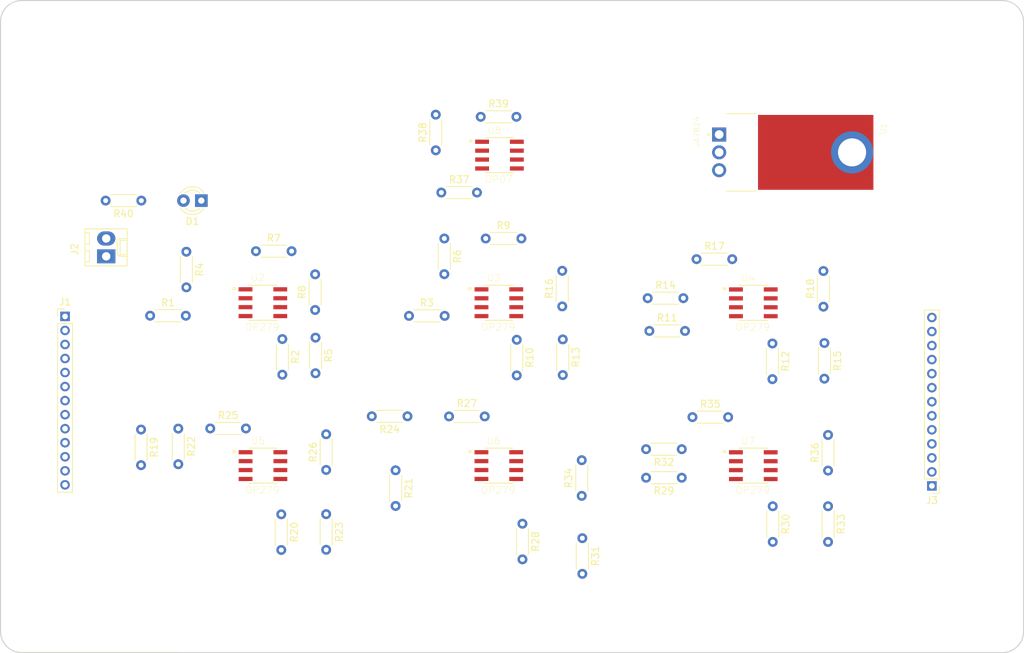
<source format=kicad_pcb>
(kicad_pcb (version 4) (host pcbnew 4.0.7)

  (general
    (links 122)
    (no_connects 122)
    (area 74.187959 46.041217 219.999783 139.104463)
    (thickness 1.6)
    (drawings 10)
    (tracks 0)
    (zones 0)
    (modules 52)
    (nets 48)
  )

  (page A4)
  (layers
    (0 F.Cu signal)
    (31 B.Cu signal)
    (32 B.Adhes user)
    (33 F.Adhes user)
    (34 B.Paste user)
    (35 F.Paste user)
    (36 B.SilkS user)
    (37 F.SilkS user)
    (38 B.Mask user)
    (39 F.Mask user)
    (40 Dwgs.User user)
    (41 Cmts.User user)
    (42 Eco1.User user)
    (43 Eco2.User user)
    (44 Edge.Cuts user)
    (45 Margin user)
    (46 B.CrtYd user)
    (47 F.CrtYd user)
    (48 B.Fab user)
    (49 F.Fab user)
  )

  (setup
    (last_trace_width 0.25)
    (trace_clearance 0.2)
    (zone_clearance 0.508)
    (zone_45_only no)
    (trace_min 0.2)
    (segment_width 0.2)
    (edge_width 0.15)
    (via_size 0.6)
    (via_drill 0.4)
    (via_min_size 0.4)
    (via_min_drill 0.3)
    (uvia_size 0.3)
    (uvia_drill 0.1)
    (uvias_allowed no)
    (uvia_min_size 0.2)
    (uvia_min_drill 0.1)
    (pcb_text_width 0.3)
    (pcb_text_size 1.5 1.5)
    (mod_edge_width 0.15)
    (mod_text_size 1 1)
    (mod_text_width 0.15)
    (pad_size 1.524 1.524)
    (pad_drill 0.762)
    (pad_to_mask_clearance 0.2)
    (aux_axis_origin 0 0)
    (visible_elements 7FFFFFFF)
    (pcbplotparams
      (layerselection 0x00030_80000001)
      (usegerberextensions false)
      (excludeedgelayer true)
      (linewidth 0.100000)
      (plotframeref false)
      (viasonmask false)
      (mode 1)
      (useauxorigin false)
      (hpglpennumber 1)
      (hpglpenspeed 20)
      (hpglpendiameter 15)
      (hpglpenoverlay 2)
      (psnegative false)
      (psa4output false)
      (plotreference true)
      (plotvalue true)
      (plotinvisibletext false)
      (padsonsilk false)
      (subtractmaskfromsilk false)
      (outputformat 1)
      (mirror false)
      (drillshape 1)
      (scaleselection 1)
      (outputdirectory ""))
  )

  (net 0 "")
  (net 1 "Net-(J1-Pad1)")
  (net 2 /IN2)
  (net 3 /IN3)
  (net 4 /IN4)
  (net 5 /IN5)
  (net 6 /IN6)
  (net 7 /IN7)
  (net 8 /IN8)
  (net 9 /IN9)
  (net 10 /IN10)
  (net 11 /IN11)
  (net 12 /IN12)
  (net 13 /IN13)
  (net 14 "Net-(J2-Pad2)")
  (net 15 /PNU1)
  (net 16 /PNU2)
  (net 17 /PNU3)
  (net 18 /PNU4)
  (net 19 /PNU5)
  (net 20 /PNU6)
  (net 21 /PNU7)
  (net 22 /PNU8)
  (net 23 /PNU9)
  (net 24 /PNU10)
  (net 25 /PNU11)
  (net 26 /PNU12)
  (net 27 /PNU13)
  (net 28 GND)
  (net 29 "Net-(R4-Pad1)")
  (net 30 "Net-(R5-Pad1)")
  (net 31 "Net-(R6-Pad1)")
  (net 32 "Net-(R13-Pad1)")
  (net 33 "Net-(R14-Pad1)")
  (net 34 "Net-(R15-Pad1)")
  (net 35 "Net-(R22-Pad1)")
  (net 36 "Net-(R23-Pad1)")
  (net 37 "Net-(R24-Pad1)")
  (net 38 "Net-(R31-Pad1)")
  (net 39 "Net-(R32-Pad1)")
  (net 40 "Net-(R33-Pad1)")
  (net 41 "Net-(R38-Pad1)")
  (net 42 "Net-(U1-Pad3)")
  (net 43 "Net-(U8-Pad5)")
  (net 44 "Net-(D1-Pad2)")
  (net 45 "Net-(U2-Pad6)")
  (net 46 "Net-(U8-Pad3)")
  (net 47 "Net-(U8-Pad4)")

  (net_class Default "This is the default net class."
    (clearance 0.2)
    (trace_width 0.25)
    (via_dia 0.6)
    (via_drill 0.4)
    (uvia_dia 0.3)
    (uvia_drill 0.1)
    (add_net /IN10)
    (add_net /IN11)
    (add_net /IN12)
    (add_net /IN13)
    (add_net /IN2)
    (add_net /IN3)
    (add_net /IN4)
    (add_net /IN5)
    (add_net /IN6)
    (add_net /IN7)
    (add_net /IN8)
    (add_net /IN9)
    (add_net /PNU1)
    (add_net /PNU10)
    (add_net /PNU11)
    (add_net /PNU12)
    (add_net /PNU13)
    (add_net /PNU2)
    (add_net /PNU3)
    (add_net /PNU4)
    (add_net /PNU5)
    (add_net /PNU6)
    (add_net /PNU7)
    (add_net /PNU8)
    (add_net /PNU9)
    (add_net GND)
    (add_net "Net-(D1-Pad2)")
    (add_net "Net-(J1-Pad1)")
    (add_net "Net-(J2-Pad2)")
    (add_net "Net-(R13-Pad1)")
    (add_net "Net-(R14-Pad1)")
    (add_net "Net-(R15-Pad1)")
    (add_net "Net-(R22-Pad1)")
    (add_net "Net-(R23-Pad1)")
    (add_net "Net-(R24-Pad1)")
    (add_net "Net-(R31-Pad1)")
    (add_net "Net-(R32-Pad1)")
    (add_net "Net-(R33-Pad1)")
    (add_net "Net-(R38-Pad1)")
    (add_net "Net-(R4-Pad1)")
    (add_net "Net-(R5-Pad1)")
    (add_net "Net-(R6-Pad1)")
    (add_net "Net-(U1-Pad3)")
    (add_net "Net-(U2-Pad6)")
    (add_net "Net-(U8-Pad3)")
    (add_net "Net-(U8-Pad4)")
    (add_net "Net-(U8-Pad5)")
  )

  (module Resistors_THT:R_Axial_DIN0204_L3.6mm_D1.6mm_P5.08mm_Horizontal (layer F.Cu) (tedit 5874F706) (tstamp 5C443072)
    (at 119.05996 90.21064 90)
    (descr "Resistor, Axial_DIN0204 series, Axial, Horizontal, pin pitch=5.08mm, 0.16666666666666666W = 1/6W, length*diameter=3.6*1.6mm^2, http://cdn-reichelt.de/documents/datenblatt/B400/1_4W%23YAG.pdf")
    (tags "Resistor Axial_DIN0204 series Axial Horizontal pin pitch 5.08mm 0.16666666666666666W = 1/6W length 3.6mm diameter 1.6mm")
    (path /5C022615)
    (fp_text reference R8 (at 2.54 -1.86 90) (layer F.SilkS)
      (effects (font (size 1 1) (thickness 0.15)))
    )
    (fp_text value 380 (at 2.54 1.86 90) (layer F.Fab)
      (effects (font (size 1 1) (thickness 0.15)))
    )
    (fp_line (start 0.74 -0.8) (end 0.74 0.8) (layer F.Fab) (width 0.1))
    (fp_line (start 0.74 0.8) (end 4.34 0.8) (layer F.Fab) (width 0.1))
    (fp_line (start 4.34 0.8) (end 4.34 -0.8) (layer F.Fab) (width 0.1))
    (fp_line (start 4.34 -0.8) (end 0.74 -0.8) (layer F.Fab) (width 0.1))
    (fp_line (start 0 0) (end 0.74 0) (layer F.Fab) (width 0.1))
    (fp_line (start 5.08 0) (end 4.34 0) (layer F.Fab) (width 0.1))
    (fp_line (start 0.68 -0.86) (end 4.4 -0.86) (layer F.SilkS) (width 0.12))
    (fp_line (start 0.68 0.86) (end 4.4 0.86) (layer F.SilkS) (width 0.12))
    (fp_line (start -0.95 -1.15) (end -0.95 1.15) (layer F.CrtYd) (width 0.05))
    (fp_line (start -0.95 1.15) (end 6.05 1.15) (layer F.CrtYd) (width 0.05))
    (fp_line (start 6.05 1.15) (end 6.05 -1.15) (layer F.CrtYd) (width 0.05))
    (fp_line (start 6.05 -1.15) (end -0.95 -1.15) (layer F.CrtYd) (width 0.05))
    (pad 1 thru_hole circle (at 0 0 90) (size 1.4 1.4) (drill 0.7) (layers *.Cu *.Mask)
      (net 30 "Net-(R5-Pad1)"))
    (pad 2 thru_hole oval (at 5.08 0 90) (size 1.4 1.4) (drill 0.7) (layers *.Cu *.Mask)
      (net 16 /PNU2))
    (model ${KISYS3DMOD}/Resistors_THT.3dshapes/R_Axial_DIN0204_L3.6mm_D1.6mm_P5.08mm_Horizontal.wrl
      (at (xyz 0 0 0))
      (scale (xyz 0.393701 0.393701 0.393701))
      (rotate (xyz 0 0 0))
    )
  )

  (module Pin_Headers:Pin_Header_Straight_1x13_Pitch2.00mm (layer F.Cu) (tedit 59650533) (tstamp 5C4411CA)
    (at 83.44916 91.12504)
    (descr "Through hole straight pin header, 1x13, 2.00mm pitch, single row")
    (tags "Through hole pin header THT 1x13 2.00mm single row")
    (path /5C01EF08)
    (fp_text reference J1 (at 0 -2.06) (layer F.SilkS)
      (effects (font (size 1 1) (thickness 0.15)))
    )
    (fp_text value SIG_IN (at 0 26.06) (layer F.Fab)
      (effects (font (size 1 1) (thickness 0.15)))
    )
    (fp_line (start -0.5 -1) (end 1 -1) (layer F.Fab) (width 0.1))
    (fp_line (start 1 -1) (end 1 25) (layer F.Fab) (width 0.1))
    (fp_line (start 1 25) (end -1 25) (layer F.Fab) (width 0.1))
    (fp_line (start -1 25) (end -1 -0.5) (layer F.Fab) (width 0.1))
    (fp_line (start -1 -0.5) (end -0.5 -1) (layer F.Fab) (width 0.1))
    (fp_line (start -1.06 25.06) (end 1.06 25.06) (layer F.SilkS) (width 0.12))
    (fp_line (start -1.06 1) (end -1.06 25.06) (layer F.SilkS) (width 0.12))
    (fp_line (start 1.06 1) (end 1.06 25.06) (layer F.SilkS) (width 0.12))
    (fp_line (start -1.06 1) (end 1.06 1) (layer F.SilkS) (width 0.12))
    (fp_line (start -1.06 0) (end -1.06 -1.06) (layer F.SilkS) (width 0.12))
    (fp_line (start -1.06 -1.06) (end 0 -1.06) (layer F.SilkS) (width 0.12))
    (fp_line (start -1.5 -1.5) (end -1.5 25.5) (layer F.CrtYd) (width 0.05))
    (fp_line (start -1.5 25.5) (end 1.5 25.5) (layer F.CrtYd) (width 0.05))
    (fp_line (start 1.5 25.5) (end 1.5 -1.5) (layer F.CrtYd) (width 0.05))
    (fp_line (start 1.5 -1.5) (end -1.5 -1.5) (layer F.CrtYd) (width 0.05))
    (fp_text user %R (at 0 12 90) (layer F.Fab)
      (effects (font (size 1 1) (thickness 0.15)))
    )
    (pad 1 thru_hole rect (at 0 0) (size 1.35 1.35) (drill 0.8) (layers *.Cu *.Mask)
      (net 1 "Net-(J1-Pad1)"))
    (pad 2 thru_hole oval (at 0 2) (size 1.35 1.35) (drill 0.8) (layers *.Cu *.Mask)
      (net 2 /IN2))
    (pad 3 thru_hole oval (at 0 4) (size 1.35 1.35) (drill 0.8) (layers *.Cu *.Mask)
      (net 3 /IN3))
    (pad 4 thru_hole oval (at 0 6) (size 1.35 1.35) (drill 0.8) (layers *.Cu *.Mask)
      (net 4 /IN4))
    (pad 5 thru_hole oval (at 0 8) (size 1.35 1.35) (drill 0.8) (layers *.Cu *.Mask)
      (net 5 /IN5))
    (pad 6 thru_hole oval (at 0 10) (size 1.35 1.35) (drill 0.8) (layers *.Cu *.Mask)
      (net 6 /IN6))
    (pad 7 thru_hole oval (at 0 12) (size 1.35 1.35) (drill 0.8) (layers *.Cu *.Mask)
      (net 7 /IN7))
    (pad 8 thru_hole oval (at 0 14) (size 1.35 1.35) (drill 0.8) (layers *.Cu *.Mask)
      (net 8 /IN8))
    (pad 9 thru_hole oval (at 0 16) (size 1.35 1.35) (drill 0.8) (layers *.Cu *.Mask)
      (net 9 /IN9))
    (pad 10 thru_hole oval (at 0 18) (size 1.35 1.35) (drill 0.8) (layers *.Cu *.Mask)
      (net 10 /IN10))
    (pad 11 thru_hole oval (at 0 20) (size 1.35 1.35) (drill 0.8) (layers *.Cu *.Mask)
      (net 11 /IN11))
    (pad 12 thru_hole oval (at 0 22) (size 1.35 1.35) (drill 0.8) (layers *.Cu *.Mask)
      (net 12 /IN12))
    (pad 13 thru_hole oval (at 0 24) (size 1.35 1.35) (drill 0.8) (layers *.Cu *.Mask)
      (net 13 /IN13))
    (model ${KISYS3DMOD}/Pin_Headers.3dshapes/Pin_Header_Straight_1x13_Pitch2.00mm.wrl
      (at (xyz 0 0 0))
      (scale (xyz 1 1 1))
      (rotate (xyz 0 0 0))
    )
  )

  (module Connectors_Molex:Molex_KK-6410-02_02x2.54mm_Straight (layer F.Cu) (tedit 58EE6EE4) (tstamp 5C4411D0)
    (at 89.31096 82.56504 90)
    (descr "Connector Headers with Friction Lock, 22-27-2021, http://www.molex.com/pdm_docs/sd/022272021_sd.pdf")
    (tags "connector molex kk_6410 22-27-2021")
    (path /5C020053)
    (fp_text reference J2 (at 1 -4.5 90) (layer F.SilkS)
      (effects (font (size 1 1) (thickness 0.15)))
    )
    (fp_text value BATT_IN (at 1.27 4.5 90) (layer F.Fab)
      (effects (font (size 1 1) (thickness 0.15)))
    )
    (fp_line (start -1.47 -3.12) (end -1.47 3.08) (layer F.Fab) (width 0.12))
    (fp_line (start -1.47 3.08) (end 4.01 3.08) (layer F.Fab) (width 0.12))
    (fp_line (start 4.01 3.08) (end 4.01 -3.12) (layer F.Fab) (width 0.12))
    (fp_line (start 4.01 -3.12) (end -1.47 -3.12) (layer F.Fab) (width 0.12))
    (fp_line (start -1.37 -3.02) (end -1.37 2.98) (layer F.SilkS) (width 0.12))
    (fp_line (start -1.37 2.98) (end 3.91 2.98) (layer F.SilkS) (width 0.12))
    (fp_line (start 3.91 2.98) (end 3.91 -3.02) (layer F.SilkS) (width 0.12))
    (fp_line (start 3.91 -3.02) (end -1.37 -3.02) (layer F.SilkS) (width 0.12))
    (fp_line (start 0 2.98) (end 0 1.98) (layer F.SilkS) (width 0.12))
    (fp_line (start 0 1.98) (end 2.54 1.98) (layer F.SilkS) (width 0.12))
    (fp_line (start 2.54 1.98) (end 2.54 2.98) (layer F.SilkS) (width 0.12))
    (fp_line (start 0 1.98) (end 0.25 1.55) (layer F.SilkS) (width 0.12))
    (fp_line (start 0.25 1.55) (end 2.29 1.55) (layer F.SilkS) (width 0.12))
    (fp_line (start 2.29 1.55) (end 2.54 1.98) (layer F.SilkS) (width 0.12))
    (fp_line (start 0.25 2.98) (end 0.25 1.98) (layer F.SilkS) (width 0.12))
    (fp_line (start 2.29 2.98) (end 2.29 1.98) (layer F.SilkS) (width 0.12))
    (fp_line (start -0.8 -3.02) (end -0.8 -2.4) (layer F.SilkS) (width 0.12))
    (fp_line (start -0.8 -2.4) (end 0.8 -2.4) (layer F.SilkS) (width 0.12))
    (fp_line (start 0.8 -2.4) (end 0.8 -3.02) (layer F.SilkS) (width 0.12))
    (fp_line (start 1.74 -3.02) (end 1.74 -2.4) (layer F.SilkS) (width 0.12))
    (fp_line (start 1.74 -2.4) (end 3.34 -2.4) (layer F.SilkS) (width 0.12))
    (fp_line (start 3.34 -2.4) (end 3.34 -3.02) (layer F.SilkS) (width 0.12))
    (fp_line (start -1.9 3.5) (end -1.9 -3.55) (layer F.CrtYd) (width 0.05))
    (fp_line (start -1.9 -3.55) (end 4.45 -3.55) (layer F.CrtYd) (width 0.05))
    (fp_line (start 4.45 -3.55) (end 4.45 3.5) (layer F.CrtYd) (width 0.05))
    (fp_line (start 4.45 3.5) (end -1.9 3.5) (layer F.CrtYd) (width 0.05))
    (fp_text user %R (at 1.27 0 90) (layer F.Fab)
      (effects (font (size 1 1) (thickness 0.15)))
    )
    (pad 1 thru_hole rect (at 0 0 90) (size 2 2.6) (drill 1.2) (layers *.Cu *.Mask)
      (net 28 GND))
    (pad 2 thru_hole oval (at 2.54 0 90) (size 2 2.6) (drill 1.2) (layers *.Cu *.Mask)
      (net 14 "Net-(J2-Pad2)"))
    (model ${KISYS3DMOD}/Connectors_Molex.3dshapes/Molex_KK-6410-02_02x2.54mm_Straight.wrl
      (at (xyz 0 0 0))
      (scale (xyz 1 1 1))
      (rotate (xyz 0 0 0))
    )
  )

  (module Pin_Headers:Pin_Header_Straight_1x13_Pitch2.00mm (layer F.Cu) (tedit 59650533) (tstamp 5C4411E1)
    (at 206.8684 115.28292 180)
    (descr "Through hole straight pin header, 1x13, 2.00mm pitch, single row")
    (tags "Through hole pin header THT 1x13 2.00mm single row")
    (path /5C01EF7F)
    (fp_text reference J3 (at 0 -2.06 180) (layer F.SilkS)
      (effects (font (size 1 1) (thickness 0.15)))
    )
    (fp_text value PNEU (at 0 26.06 180) (layer F.Fab)
      (effects (font (size 1 1) (thickness 0.15)))
    )
    (fp_line (start -0.5 -1) (end 1 -1) (layer F.Fab) (width 0.1))
    (fp_line (start 1 -1) (end 1 25) (layer F.Fab) (width 0.1))
    (fp_line (start 1 25) (end -1 25) (layer F.Fab) (width 0.1))
    (fp_line (start -1 25) (end -1 -0.5) (layer F.Fab) (width 0.1))
    (fp_line (start -1 -0.5) (end -0.5 -1) (layer F.Fab) (width 0.1))
    (fp_line (start -1.06 25.06) (end 1.06 25.06) (layer F.SilkS) (width 0.12))
    (fp_line (start -1.06 1) (end -1.06 25.06) (layer F.SilkS) (width 0.12))
    (fp_line (start 1.06 1) (end 1.06 25.06) (layer F.SilkS) (width 0.12))
    (fp_line (start -1.06 1) (end 1.06 1) (layer F.SilkS) (width 0.12))
    (fp_line (start -1.06 0) (end -1.06 -1.06) (layer F.SilkS) (width 0.12))
    (fp_line (start -1.06 -1.06) (end 0 -1.06) (layer F.SilkS) (width 0.12))
    (fp_line (start -1.5 -1.5) (end -1.5 25.5) (layer F.CrtYd) (width 0.05))
    (fp_line (start -1.5 25.5) (end 1.5 25.5) (layer F.CrtYd) (width 0.05))
    (fp_line (start 1.5 25.5) (end 1.5 -1.5) (layer F.CrtYd) (width 0.05))
    (fp_line (start 1.5 -1.5) (end -1.5 -1.5) (layer F.CrtYd) (width 0.05))
    (fp_text user %R (at 0 12 270) (layer F.Fab)
      (effects (font (size 1 1) (thickness 0.15)))
    )
    (pad 1 thru_hole rect (at 0 0 180) (size 1.35 1.35) (drill 0.8) (layers *.Cu *.Mask)
      (net 15 /PNU1))
    (pad 2 thru_hole oval (at 0 2 180) (size 1.35 1.35) (drill 0.8) (layers *.Cu *.Mask)
      (net 16 /PNU2))
    (pad 3 thru_hole oval (at 0 4 180) (size 1.35 1.35) (drill 0.8) (layers *.Cu *.Mask)
      (net 17 /PNU3))
    (pad 4 thru_hole oval (at 0 6 180) (size 1.35 1.35) (drill 0.8) (layers *.Cu *.Mask)
      (net 18 /PNU4))
    (pad 5 thru_hole oval (at 0 8 180) (size 1.35 1.35) (drill 0.8) (layers *.Cu *.Mask)
      (net 19 /PNU5))
    (pad 6 thru_hole oval (at 0 10 180) (size 1.35 1.35) (drill 0.8) (layers *.Cu *.Mask)
      (net 20 /PNU6))
    (pad 7 thru_hole oval (at 0 12 180) (size 1.35 1.35) (drill 0.8) (layers *.Cu *.Mask)
      (net 21 /PNU7))
    (pad 8 thru_hole oval (at 0 14 180) (size 1.35 1.35) (drill 0.8) (layers *.Cu *.Mask)
      (net 22 /PNU8))
    (pad 9 thru_hole oval (at 0 16 180) (size 1.35 1.35) (drill 0.8) (layers *.Cu *.Mask)
      (net 23 /PNU9))
    (pad 10 thru_hole oval (at 0 18 180) (size 1.35 1.35) (drill 0.8) (layers *.Cu *.Mask)
      (net 24 /PNU10))
    (pad 11 thru_hole oval (at 0 20 180) (size 1.35 1.35) (drill 0.8) (layers *.Cu *.Mask)
      (net 25 /PNU11))
    (pad 12 thru_hole oval (at 0 22 180) (size 1.35 1.35) (drill 0.8) (layers *.Cu *.Mask)
      (net 26 /PNU12))
    (pad 13 thru_hole oval (at 0 24 180) (size 1.35 1.35) (drill 0.8) (layers *.Cu *.Mask)
      (net 27 /PNU13))
    (model ${KISYS3DMOD}/Pin_Headers.3dshapes/Pin_Header_Straight_1x13_Pitch2.00mm.wrl
      (at (xyz 0 0 0))
      (scale (xyz 1 1 1))
      (rotate (xyz 0 0 0))
    )
  )

  (module ua7824:TO254P1651X1067X470-3 (layer F.Cu) (tedit 0) (tstamp 5C4412D4)
    (at 176.5788 65.21196 270)
    (path /5C090962)
    (fp_text reference U1 (at -0.82747 -23.4036 270) (layer F.SilkS)
      (effects (font (size 0.801583 0.801583) (thickness 0.05)))
    )
    (fp_text value uA7824 (at -0.360145 3.19329 270) (layer F.SilkS)
      (effects (font (size 0.800323 0.800323) (thickness 0.05)))
    )
    (fp_line (start -3.05 -22.225) (end 8.13 -22.225) (layer Eco1.User) (width 0.05))
    (fp_line (start 8.13 -22.225) (end 8.13 1.175) (layer Eco1.User) (width 0.05))
    (fp_line (start 8.13 1.175) (end -3.05 1.175) (layer Eco1.User) (width 0.05))
    (fp_line (start -3.05 1.175) (end -3.05 -22.225) (layer Eco1.User) (width 0.05))
    (fp_line (start 8.06 -1.04) (end 8.06 -5.22) (layer F.SilkS) (width 0.127))
    (fp_line (start 0 -0.93) (end 0 -5.46) (layer Dwgs.User) (width 0.127))
    (fp_line (start -2.795 -21.975) (end -2.795 -5.465) (layer Dwgs.User) (width 0.127))
    (fp_line (start -2.795 -5.465) (end 7.875 -5.465) (layer Dwgs.User) (width 0.127))
    (fp_line (start 7.875 -5.465) (end 7.875 -21.975) (layer Dwgs.User) (width 0.127))
    (fp_line (start 7.875 -21.975) (end -2.795 -21.975) (layer Dwgs.User) (width 0.127))
    (fp_line (start 2.54 -0.93) (end 2.54 -5.46) (layer Dwgs.User) (width 0.127))
    (fp_line (start 5.08 -0.93) (end 5.08 -5.46) (layer Dwgs.User) (width 0.127))
    (fp_line (start -2.98 -1.04) (end -2.98 -5.22) (layer F.SilkS) (width 0.127))
    (fp_circle (center 0 1.524) (end 0.1 1.524) (layer F.SilkS) (width 0.2))
    (pad 1 thru_hole rect (at 0 0 270) (size 2 2) (drill 1.24) (layers *.Cu *.Mask)
      (net 14 "Net-(J2-Pad2)"))
    (pad 2 thru_hole circle (at 2.54 0 270) (size 2 2) (drill 1.24) (layers *.Cu *.Mask)
      (net 28 GND))
    (pad 3 thru_hole circle (at 5.08 0 270) (size 2 2) (drill 1.24) (layers *.Cu *.Mask)
      (net 42 "Net-(U1-Pad3)"))
    (pad 4 smd rect (at 2.54 -13.75 270) (size 10.67 16.43) (layers F.Cu F.Paste F.Mask))
    (pad 4.1 thru_hole circle (at 2.54 -18.925 270) (size 6 6) (drill 4) (layers *.Cu *.Mask))
  )

  (module dualopamp:SOIC127P600X175-8N (layer F.Cu) (tedit 0) (tstamp 5C4412E0)
    (at 111.61626 89.17432)
    (path /5C0873E5)
    (attr smd)
    (fp_text reference U2 (at -0.73144 -3.54195) (layer F.SilkS)
      (effects (font (size 1.00196 1.00196) (thickness 0.05)))
    )
    (fp_text value OP279 (at -0.095155 3.47054) (layer F.SilkS)
      (effects (font (size 1.0016 1.0016) (thickness 0.05)))
    )
    (fp_line (start -2 -2.5) (end 2 -2.5) (layer Dwgs.User) (width 0.127))
    (fp_line (start 2 -2.5) (end 2 2.5) (layer Dwgs.User) (width 0.127))
    (fp_line (start 2 2.5) (end -2 2.5) (layer Dwgs.User) (width 0.127))
    (fp_line (start -2 2.5) (end -2 -2.5) (layer Dwgs.User) (width 0.127))
    (fp_line (start -2 -2.5) (end 2 -2.5) (layer F.SilkS) (width 0.127))
    (fp_line (start 2 2.5) (end -2 2.5) (layer F.SilkS) (width 0.127))
    (fp_line (start -3.71 -2.75) (end 3.71 -2.75) (layer Eco1.User) (width 0.05))
    (fp_line (start 3.71 -2.75) (end 3.71 2.75) (layer Eco1.User) (width 0.05))
    (fp_line (start 3.71 2.75) (end -3.71 2.75) (layer Eco1.User) (width 0.05))
    (fp_line (start -3.71 2.75) (end -3.71 -2.75) (layer Eco1.User) (width 0.05))
    (fp_circle (center -4.1 -2) (end -3.98 -2) (layer F.SilkS) (width 0.24))
    (fp_circle (center -1.433 -1.873) (end -1.313 -1.873) (layer Dwgs.User) (width 0.24))
    (pad 1 smd rect (at -2.475 -1.905) (size 1.97 0.6) (layers F.Cu F.Paste F.Mask)
      (net 1 "Net-(J1-Pad1)"))
    (pad 2 smd rect (at -2.475 -0.635) (size 1.97 0.6) (layers F.Cu F.Paste F.Mask)
      (net 28 GND))
    (pad 3 smd rect (at -2.475 0.635) (size 1.97 0.6) (layers F.Cu F.Paste F.Mask)
      (net 2 /IN2))
    (pad 4 smd rect (at -2.475 1.905) (size 1.97 0.6) (layers F.Cu F.Paste F.Mask)
      (net 30 "Net-(R5-Pad1)"))
    (pad 5 smd rect (at 2.475 1.905 180) (size 1.97 0.6) (layers F.Cu F.Paste F.Mask)
      (net 16 /PNU2))
    (pad 6 smd rect (at 2.475 0.635 180) (size 1.97 0.6) (layers F.Cu F.Paste F.Mask)
      (net 42 "Net-(U1-Pad3)"))
    (pad 7 smd rect (at 2.475 -0.635 180) (size 1.97 0.6) (layers F.Cu F.Paste F.Mask)
      (net 15 /PNU1))
    (pad 8 smd rect (at 2.475 -1.905 180) (size 1.97 0.6) (layers F.Cu F.Paste F.Mask)
      (net 29 "Net-(R4-Pad1)"))
  )

  (module dualopamp:SOIC127P600X175-8N (layer F.Cu) (tedit 0) (tstamp 5C4412EC)
    (at 145.21538 89.18194)
    (path /5C089B2D)
    (attr smd)
    (fp_text reference U3 (at -0.73144 -3.54195) (layer F.SilkS)
      (effects (font (size 1.00196 1.00196) (thickness 0.05)))
    )
    (fp_text value OP279 (at -0.095155 3.47054) (layer F.SilkS)
      (effects (font (size 1.0016 1.0016) (thickness 0.05)))
    )
    (fp_line (start -2 -2.5) (end 2 -2.5) (layer Dwgs.User) (width 0.127))
    (fp_line (start 2 -2.5) (end 2 2.5) (layer Dwgs.User) (width 0.127))
    (fp_line (start 2 2.5) (end -2 2.5) (layer Dwgs.User) (width 0.127))
    (fp_line (start -2 2.5) (end -2 -2.5) (layer Dwgs.User) (width 0.127))
    (fp_line (start -2 -2.5) (end 2 -2.5) (layer F.SilkS) (width 0.127))
    (fp_line (start 2 2.5) (end -2 2.5) (layer F.SilkS) (width 0.127))
    (fp_line (start -3.71 -2.75) (end 3.71 -2.75) (layer Eco1.User) (width 0.05))
    (fp_line (start 3.71 -2.75) (end 3.71 2.75) (layer Eco1.User) (width 0.05))
    (fp_line (start 3.71 2.75) (end -3.71 2.75) (layer Eco1.User) (width 0.05))
    (fp_line (start -3.71 2.75) (end -3.71 -2.75) (layer Eco1.User) (width 0.05))
    (fp_circle (center -4.1 -2) (end -3.98 -2) (layer F.SilkS) (width 0.24))
    (fp_circle (center -1.433 -1.873) (end -1.313 -1.873) (layer Dwgs.User) (width 0.24))
    (pad 1 smd rect (at -2.475 -1.905) (size 1.97 0.6) (layers F.Cu F.Paste F.Mask)
      (net 3 /IN3))
    (pad 2 smd rect (at -2.475 -0.635) (size 1.97 0.6) (layers F.Cu F.Paste F.Mask)
      (net 28 GND))
    (pad 3 smd rect (at -2.475 0.635) (size 1.97 0.6) (layers F.Cu F.Paste F.Mask)
      (net 4 /IN4))
    (pad 4 smd rect (at -2.475 1.905) (size 1.97 0.6) (layers F.Cu F.Paste F.Mask)
      (net 32 "Net-(R13-Pad1)"))
    (pad 5 smd rect (at 2.475 1.905 180) (size 1.97 0.6) (layers F.Cu F.Paste F.Mask)
      (net 18 /PNU4))
    (pad 6 smd rect (at 2.475 0.635 180) (size 1.97 0.6) (layers F.Cu F.Paste F.Mask)
      (net 42 "Net-(U1-Pad3)"))
    (pad 7 smd rect (at 2.475 -0.635 180) (size 1.97 0.6) (layers F.Cu F.Paste F.Mask)
      (net 17 /PNU3))
    (pad 8 smd rect (at 2.475 -1.905 180) (size 1.97 0.6) (layers F.Cu F.Paste F.Mask)
      (net 31 "Net-(R6-Pad1)"))
  )

  (module dualopamp:SOIC127P600X175-8N (layer F.Cu) (tedit 0) (tstamp 5C4412F8)
    (at 181.44796 89.19104)
    (path /5C08AEA3)
    (attr smd)
    (fp_text reference U4 (at -0.73144 -3.54195) (layer F.SilkS)
      (effects (font (size 1.00196 1.00196) (thickness 0.05)))
    )
    (fp_text value OP279 (at -0.095155 3.47054) (layer F.SilkS)
      (effects (font (size 1.0016 1.0016) (thickness 0.05)))
    )
    (fp_line (start -2 -2.5) (end 2 -2.5) (layer Dwgs.User) (width 0.127))
    (fp_line (start 2 -2.5) (end 2 2.5) (layer Dwgs.User) (width 0.127))
    (fp_line (start 2 2.5) (end -2 2.5) (layer Dwgs.User) (width 0.127))
    (fp_line (start -2 2.5) (end -2 -2.5) (layer Dwgs.User) (width 0.127))
    (fp_line (start -2 -2.5) (end 2 -2.5) (layer F.SilkS) (width 0.127))
    (fp_line (start 2 2.5) (end -2 2.5) (layer F.SilkS) (width 0.127))
    (fp_line (start -3.71 -2.75) (end 3.71 -2.75) (layer Eco1.User) (width 0.05))
    (fp_line (start 3.71 -2.75) (end 3.71 2.75) (layer Eco1.User) (width 0.05))
    (fp_line (start 3.71 2.75) (end -3.71 2.75) (layer Eco1.User) (width 0.05))
    (fp_line (start -3.71 2.75) (end -3.71 -2.75) (layer Eco1.User) (width 0.05))
    (fp_circle (center -4.1 -2) (end -3.98 -2) (layer F.SilkS) (width 0.24))
    (fp_circle (center -1.433 -1.873) (end -1.313 -1.873) (layer Dwgs.User) (width 0.24))
    (pad 1 smd rect (at -2.475 -1.905) (size 1.97 0.6) (layers F.Cu F.Paste F.Mask)
      (net 5 /IN5))
    (pad 2 smd rect (at -2.475 -0.635) (size 1.97 0.6) (layers F.Cu F.Paste F.Mask)
      (net 28 GND))
    (pad 3 smd rect (at -2.475 0.635) (size 1.97 0.6) (layers F.Cu F.Paste F.Mask)
      (net 6 /IN6))
    (pad 4 smd rect (at -2.475 1.905) (size 1.97 0.6) (layers F.Cu F.Paste F.Mask)
      (net 34 "Net-(R15-Pad1)"))
    (pad 5 smd rect (at 2.475 1.905 180) (size 1.97 0.6) (layers F.Cu F.Paste F.Mask)
      (net 20 /PNU6))
    (pad 6 smd rect (at 2.475 0.635 180) (size 1.97 0.6) (layers F.Cu F.Paste F.Mask)
      (net 45 "Net-(U2-Pad6)"))
    (pad 7 smd rect (at 2.475 -0.635 180) (size 1.97 0.6) (layers F.Cu F.Paste F.Mask)
      (net 19 /PNU5))
    (pad 8 smd rect (at 2.475 -1.905 180) (size 1.97 0.6) (layers F.Cu F.Paste F.Mask)
      (net 33 "Net-(R14-Pad1)"))
  )

  (module dualopamp:SOIC127P600X175-8N (layer F.Cu) (tedit 0) (tstamp 5C441304)
    (at 111.62896 112.38484)
    (path /5C08C730)
    (attr smd)
    (fp_text reference U5 (at -0.73144 -3.54195) (layer F.SilkS)
      (effects (font (size 1.00196 1.00196) (thickness 0.05)))
    )
    (fp_text value OP279 (at -0.095155 3.47054) (layer F.SilkS)
      (effects (font (size 1.0016 1.0016) (thickness 0.05)))
    )
    (fp_line (start -2 -2.5) (end 2 -2.5) (layer Dwgs.User) (width 0.127))
    (fp_line (start 2 -2.5) (end 2 2.5) (layer Dwgs.User) (width 0.127))
    (fp_line (start 2 2.5) (end -2 2.5) (layer Dwgs.User) (width 0.127))
    (fp_line (start -2 2.5) (end -2 -2.5) (layer Dwgs.User) (width 0.127))
    (fp_line (start -2 -2.5) (end 2 -2.5) (layer F.SilkS) (width 0.127))
    (fp_line (start 2 2.5) (end -2 2.5) (layer F.SilkS) (width 0.127))
    (fp_line (start -3.71 -2.75) (end 3.71 -2.75) (layer Eco1.User) (width 0.05))
    (fp_line (start 3.71 -2.75) (end 3.71 2.75) (layer Eco1.User) (width 0.05))
    (fp_line (start 3.71 2.75) (end -3.71 2.75) (layer Eco1.User) (width 0.05))
    (fp_line (start -3.71 2.75) (end -3.71 -2.75) (layer Eco1.User) (width 0.05))
    (fp_circle (center -4.1 -2) (end -3.98 -2) (layer F.SilkS) (width 0.24))
    (fp_circle (center -1.433 -1.873) (end -1.313 -1.873) (layer Dwgs.User) (width 0.24))
    (pad 1 smd rect (at -2.475 -1.905) (size 1.97 0.6) (layers F.Cu F.Paste F.Mask)
      (net 7 /IN7))
    (pad 2 smd rect (at -2.475 -0.635) (size 1.97 0.6) (layers F.Cu F.Paste F.Mask)
      (net 28 GND))
    (pad 3 smd rect (at -2.475 0.635) (size 1.97 0.6) (layers F.Cu F.Paste F.Mask)
      (net 8 /IN8))
    (pad 4 smd rect (at -2.475 1.905) (size 1.97 0.6) (layers F.Cu F.Paste F.Mask)
      (net 36 "Net-(R23-Pad1)"))
    (pad 5 smd rect (at 2.475 1.905 180) (size 1.97 0.6) (layers F.Cu F.Paste F.Mask)
      (net 22 /PNU8))
    (pad 6 smd rect (at 2.475 0.635 180) (size 1.97 0.6) (layers F.Cu F.Paste F.Mask)
      (net 42 "Net-(U1-Pad3)"))
    (pad 7 smd rect (at 2.475 -0.635 180) (size 1.97 0.6) (layers F.Cu F.Paste F.Mask)
      (net 21 /PNU7))
    (pad 8 smd rect (at 2.475 -1.905 180) (size 1.97 0.6) (layers F.Cu F.Paste F.Mask)
      (net 35 "Net-(R22-Pad1)"))
  )

  (module dualopamp:SOIC127P600X175-8N (layer F.Cu) (tedit 0) (tstamp 5C441310)
    (at 145.20672 112.38484)
    (path /5C08C8DF)
    (attr smd)
    (fp_text reference U6 (at -0.73144 -3.54195) (layer F.SilkS)
      (effects (font (size 1.00196 1.00196) (thickness 0.05)))
    )
    (fp_text value OP279 (at -0.095155 3.47054) (layer F.SilkS)
      (effects (font (size 1.0016 1.0016) (thickness 0.05)))
    )
    (fp_line (start -2 -2.5) (end 2 -2.5) (layer Dwgs.User) (width 0.127))
    (fp_line (start 2 -2.5) (end 2 2.5) (layer Dwgs.User) (width 0.127))
    (fp_line (start 2 2.5) (end -2 2.5) (layer Dwgs.User) (width 0.127))
    (fp_line (start -2 2.5) (end -2 -2.5) (layer Dwgs.User) (width 0.127))
    (fp_line (start -2 -2.5) (end 2 -2.5) (layer F.SilkS) (width 0.127))
    (fp_line (start 2 2.5) (end -2 2.5) (layer F.SilkS) (width 0.127))
    (fp_line (start -3.71 -2.75) (end 3.71 -2.75) (layer Eco1.User) (width 0.05))
    (fp_line (start 3.71 -2.75) (end 3.71 2.75) (layer Eco1.User) (width 0.05))
    (fp_line (start 3.71 2.75) (end -3.71 2.75) (layer Eco1.User) (width 0.05))
    (fp_line (start -3.71 2.75) (end -3.71 -2.75) (layer Eco1.User) (width 0.05))
    (fp_circle (center -4.1 -2) (end -3.98 -2) (layer F.SilkS) (width 0.24))
    (fp_circle (center -1.433 -1.873) (end -1.313 -1.873) (layer Dwgs.User) (width 0.24))
    (pad 1 smd rect (at -2.475 -1.905) (size 1.97 0.6) (layers F.Cu F.Paste F.Mask)
      (net 9 /IN9))
    (pad 2 smd rect (at -2.475 -0.635) (size 1.97 0.6) (layers F.Cu F.Paste F.Mask)
      (net 28 GND))
    (pad 3 smd rect (at -2.475 0.635) (size 1.97 0.6) (layers F.Cu F.Paste F.Mask)
      (net 10 /IN10))
    (pad 4 smd rect (at -2.475 1.905) (size 1.97 0.6) (layers F.Cu F.Paste F.Mask)
      (net 38 "Net-(R31-Pad1)"))
    (pad 5 smd rect (at 2.475 1.905 180) (size 1.97 0.6) (layers F.Cu F.Paste F.Mask)
      (net 24 /PNU10))
    (pad 6 smd rect (at 2.475 0.635 180) (size 1.97 0.6) (layers F.Cu F.Paste F.Mask)
      (net 42 "Net-(U1-Pad3)"))
    (pad 7 smd rect (at 2.475 -0.635 180) (size 1.97 0.6) (layers F.Cu F.Paste F.Mask)
      (net 23 /PNU9))
    (pad 8 smd rect (at 2.475 -1.905 180) (size 1.97 0.6) (layers F.Cu F.Paste F.Mask)
      (net 37 "Net-(R24-Pad1)"))
  )

  (module dualopamp:SOIC127P600X175-8N (layer F.Cu) (tedit 0) (tstamp 5C44131C)
    (at 181.44296 112.39604)
    (path /5C08C9C3)
    (attr smd)
    (fp_text reference U7 (at -0.73144 -3.54195) (layer F.SilkS)
      (effects (font (size 1.00196 1.00196) (thickness 0.05)))
    )
    (fp_text value OP279 (at -0.095155 3.47054) (layer F.SilkS)
      (effects (font (size 1.0016 1.0016) (thickness 0.05)))
    )
    (fp_line (start -2 -2.5) (end 2 -2.5) (layer Dwgs.User) (width 0.127))
    (fp_line (start 2 -2.5) (end 2 2.5) (layer Dwgs.User) (width 0.127))
    (fp_line (start 2 2.5) (end -2 2.5) (layer Dwgs.User) (width 0.127))
    (fp_line (start -2 2.5) (end -2 -2.5) (layer Dwgs.User) (width 0.127))
    (fp_line (start -2 -2.5) (end 2 -2.5) (layer F.SilkS) (width 0.127))
    (fp_line (start 2 2.5) (end -2 2.5) (layer F.SilkS) (width 0.127))
    (fp_line (start -3.71 -2.75) (end 3.71 -2.75) (layer Eco1.User) (width 0.05))
    (fp_line (start 3.71 -2.75) (end 3.71 2.75) (layer Eco1.User) (width 0.05))
    (fp_line (start 3.71 2.75) (end -3.71 2.75) (layer Eco1.User) (width 0.05))
    (fp_line (start -3.71 2.75) (end -3.71 -2.75) (layer Eco1.User) (width 0.05))
    (fp_circle (center -4.1 -2) (end -3.98 -2) (layer F.SilkS) (width 0.24))
    (fp_circle (center -1.433 -1.873) (end -1.313 -1.873) (layer Dwgs.User) (width 0.24))
    (pad 1 smd rect (at -2.475 -1.905) (size 1.97 0.6) (layers F.Cu F.Paste F.Mask)
      (net 11 /IN11))
    (pad 2 smd rect (at -2.475 -0.635) (size 1.97 0.6) (layers F.Cu F.Paste F.Mask)
      (net 28 GND))
    (pad 3 smd rect (at -2.475 0.635) (size 1.97 0.6) (layers F.Cu F.Paste F.Mask)
      (net 12 /IN12))
    (pad 4 smd rect (at -2.475 1.905) (size 1.97 0.6) (layers F.Cu F.Paste F.Mask)
      (net 40 "Net-(R33-Pad1)"))
    (pad 5 smd rect (at 2.475 1.905 180) (size 1.97 0.6) (layers F.Cu F.Paste F.Mask)
      (net 26 /PNU12))
    (pad 6 smd rect (at 2.475 0.635 180) (size 1.97 0.6) (layers F.Cu F.Paste F.Mask)
      (net 45 "Net-(U2-Pad6)"))
    (pad 7 smd rect (at 2.475 -0.635 180) (size 1.97 0.6) (layers F.Cu F.Paste F.Mask)
      (net 25 /PNU11))
    (pad 8 smd rect (at 2.475 -1.905 180) (size 1.97 0.6) (layers F.Cu F.Paste F.Mask)
      (net 39 "Net-(R32-Pad1)"))
  )

  (module dualopamp:SOIC127P600X175-8N (layer F.Cu) (tedit 0) (tstamp 5C441328)
    (at 145.30324 68.14312)
    (path /5C02371B)
    (attr smd)
    (fp_text reference U8 (at -0.73144 -3.54195) (layer F.SilkS)
      (effects (font (size 1.00196 1.00196) (thickness 0.05)))
    )
    (fp_text value OP07 (at -0.095155 3.47054) (layer F.SilkS)
      (effects (font (size 1.0016 1.0016) (thickness 0.05)))
    )
    (fp_line (start -2 -2.5) (end 2 -2.5) (layer Dwgs.User) (width 0.127))
    (fp_line (start 2 -2.5) (end 2 2.5) (layer Dwgs.User) (width 0.127))
    (fp_line (start 2 2.5) (end -2 2.5) (layer Dwgs.User) (width 0.127))
    (fp_line (start -2 2.5) (end -2 -2.5) (layer Dwgs.User) (width 0.127))
    (fp_line (start -2 -2.5) (end 2 -2.5) (layer F.SilkS) (width 0.127))
    (fp_line (start 2 2.5) (end -2 2.5) (layer F.SilkS) (width 0.127))
    (fp_line (start -3.71 -2.75) (end 3.71 -2.75) (layer Eco1.User) (width 0.05))
    (fp_line (start 3.71 -2.75) (end 3.71 2.75) (layer Eco1.User) (width 0.05))
    (fp_line (start 3.71 2.75) (end -3.71 2.75) (layer Eco1.User) (width 0.05))
    (fp_line (start -3.71 2.75) (end -3.71 -2.75) (layer Eco1.User) (width 0.05))
    (fp_circle (center -4.1 -2) (end -3.98 -2) (layer F.SilkS) (width 0.24))
    (fp_circle (center -1.433 -1.873) (end -1.313 -1.873) (layer Dwgs.User) (width 0.24))
    (pad 1 smd rect (at -2.475 -1.905) (size 1.97 0.6) (layers F.Cu F.Paste F.Mask)
      (net 13 /IN13))
    (pad 2 smd rect (at -2.475 -0.635) (size 1.97 0.6) (layers F.Cu F.Paste F.Mask)
      (net 28 GND))
    (pad 3 smd rect (at -2.475 0.635) (size 1.97 0.6) (layers F.Cu F.Paste F.Mask)
      (net 46 "Net-(U8-Pad3)"))
    (pad 4 smd rect (at -2.475 1.905) (size 1.97 0.6) (layers F.Cu F.Paste F.Mask)
      (net 47 "Net-(U8-Pad4)"))
    (pad 5 smd rect (at 2.475 1.905 180) (size 1.97 0.6) (layers F.Cu F.Paste F.Mask)
      (net 43 "Net-(U8-Pad5)"))
    (pad 6 smd rect (at 2.475 0.635 180) (size 1.97 0.6) (layers F.Cu F.Paste F.Mask)
      (net 42 "Net-(U1-Pad3)"))
    (pad 7 smd rect (at 2.475 -0.635 180) (size 1.97 0.6) (layers F.Cu F.Paste F.Mask)
      (net 27 /PNU13))
    (pad 8 smd rect (at 2.475 -1.905 180) (size 1.97 0.6) (layers F.Cu F.Paste F.Mask)
      (net 41 "Net-(R38-Pad1)"))
  )

  (module Resistors_THT:R_Axial_DIN0204_L3.6mm_D1.6mm_P5.08mm_Horizontal (layer F.Cu) (tedit 5874F706) (tstamp 5C44304F)
    (at 95.56496 91.02344)
    (descr "Resistor, Axial_DIN0204 series, Axial, Horizontal, pin pitch=5.08mm, 0.16666666666666666W = 1/6W, length*diameter=3.6*1.6mm^2, http://cdn-reichelt.de/documents/datenblatt/B400/1_4W%23YAG.pdf")
    (tags "Resistor Axial_DIN0204 series Axial Horizontal pin pitch 5.08mm 0.16666666666666666W = 1/6W length 3.6mm diameter 1.6mm")
    (path /5C00B58E)
    (fp_text reference R1 (at 2.54 -1.86) (layer F.SilkS)
      (effects (font (size 1 1) (thickness 0.15)))
    )
    (fp_text value 1k (at 2.54 1.86) (layer F.Fab)
      (effects (font (size 1 1) (thickness 0.15)))
    )
    (fp_line (start 0.74 -0.8) (end 0.74 0.8) (layer F.Fab) (width 0.1))
    (fp_line (start 0.74 0.8) (end 4.34 0.8) (layer F.Fab) (width 0.1))
    (fp_line (start 4.34 0.8) (end 4.34 -0.8) (layer F.Fab) (width 0.1))
    (fp_line (start 4.34 -0.8) (end 0.74 -0.8) (layer F.Fab) (width 0.1))
    (fp_line (start 0 0) (end 0.74 0) (layer F.Fab) (width 0.1))
    (fp_line (start 5.08 0) (end 4.34 0) (layer F.Fab) (width 0.1))
    (fp_line (start 0.68 -0.86) (end 4.4 -0.86) (layer F.SilkS) (width 0.12))
    (fp_line (start 0.68 0.86) (end 4.4 0.86) (layer F.SilkS) (width 0.12))
    (fp_line (start -0.95 -1.15) (end -0.95 1.15) (layer F.CrtYd) (width 0.05))
    (fp_line (start -0.95 1.15) (end 6.05 1.15) (layer F.CrtYd) (width 0.05))
    (fp_line (start 6.05 1.15) (end 6.05 -1.15) (layer F.CrtYd) (width 0.05))
    (fp_line (start 6.05 -1.15) (end -0.95 -1.15) (layer F.CrtYd) (width 0.05))
    (pad 1 thru_hole circle (at 0 0) (size 1.4 1.4) (drill 0.7) (layers *.Cu *.Mask)
      (net 1 "Net-(J1-Pad1)"))
    (pad 2 thru_hole oval (at 5.08 0) (size 1.4 1.4) (drill 0.7) (layers *.Cu *.Mask)
      (net 28 GND))
    (model ${KISYS3DMOD}/Resistors_THT.3dshapes/R_Axial_DIN0204_L3.6mm_D1.6mm_P5.08mm_Horizontal.wrl
      (at (xyz 0 0 0))
      (scale (xyz 0.393701 0.393701 0.393701))
      (rotate (xyz 0 0 0))
    )
  )

  (module Resistors_THT:R_Axial_DIN0204_L3.6mm_D1.6mm_P5.08mm_Horizontal (layer F.Cu) (tedit 5874F706) (tstamp 5C443054)
    (at 114.38636 94.35084 270)
    (descr "Resistor, Axial_DIN0204 series, Axial, Horizontal, pin pitch=5.08mm, 0.16666666666666666W = 1/6W, length*diameter=3.6*1.6mm^2, http://cdn-reichelt.de/documents/datenblatt/B400/1_4W%23YAG.pdf")
    (tags "Resistor Axial_DIN0204 series Axial Horizontal pin pitch 5.08mm 0.16666666666666666W = 1/6W length 3.6mm diameter 1.6mm")
    (path /5C022601)
    (fp_text reference R2 (at 2.54 -1.86 270) (layer F.SilkS)
      (effects (font (size 1 1) (thickness 0.15)))
    )
    (fp_text value 1k (at 2.54 1.86 270) (layer F.Fab)
      (effects (font (size 1 1) (thickness 0.15)))
    )
    (fp_line (start 0.74 -0.8) (end 0.74 0.8) (layer F.Fab) (width 0.1))
    (fp_line (start 0.74 0.8) (end 4.34 0.8) (layer F.Fab) (width 0.1))
    (fp_line (start 4.34 0.8) (end 4.34 -0.8) (layer F.Fab) (width 0.1))
    (fp_line (start 4.34 -0.8) (end 0.74 -0.8) (layer F.Fab) (width 0.1))
    (fp_line (start 0 0) (end 0.74 0) (layer F.Fab) (width 0.1))
    (fp_line (start 5.08 0) (end 4.34 0) (layer F.Fab) (width 0.1))
    (fp_line (start 0.68 -0.86) (end 4.4 -0.86) (layer F.SilkS) (width 0.12))
    (fp_line (start 0.68 0.86) (end 4.4 0.86) (layer F.SilkS) (width 0.12))
    (fp_line (start -0.95 -1.15) (end -0.95 1.15) (layer F.CrtYd) (width 0.05))
    (fp_line (start -0.95 1.15) (end 6.05 1.15) (layer F.CrtYd) (width 0.05))
    (fp_line (start 6.05 1.15) (end 6.05 -1.15) (layer F.CrtYd) (width 0.05))
    (fp_line (start 6.05 -1.15) (end -0.95 -1.15) (layer F.CrtYd) (width 0.05))
    (pad 1 thru_hole circle (at 0 0 270) (size 1.4 1.4) (drill 0.7) (layers *.Cu *.Mask)
      (net 2 /IN2))
    (pad 2 thru_hole oval (at 5.08 0 270) (size 1.4 1.4) (drill 0.7) (layers *.Cu *.Mask)
      (net 28 GND))
    (model ${KISYS3DMOD}/Resistors_THT.3dshapes/R_Axial_DIN0204_L3.6mm_D1.6mm_P5.08mm_Horizontal.wrl
      (at (xyz 0 0 0))
      (scale (xyz 0.393701 0.393701 0.393701))
      (rotate (xyz 0 0 0))
    )
  )

  (module Resistors_THT:R_Axial_DIN0204_L3.6mm_D1.6mm_P5.08mm_Horizontal (layer F.Cu) (tedit 5874F706) (tstamp 5C443059)
    (at 132.42036 91.04884)
    (descr "Resistor, Axial_DIN0204 series, Axial, Horizontal, pin pitch=5.08mm, 0.16666666666666666W = 1/6W, length*diameter=3.6*1.6mm^2, http://cdn-reichelt.de/documents/datenblatt/B400/1_4W%23YAG.pdf")
    (tags "Resistor Axial_DIN0204 series Axial Horizontal pin pitch 5.08mm 0.16666666666666666W = 1/6W length 3.6mm diameter 1.6mm")
    (path /5C022A72)
    (fp_text reference R3 (at 2.54 -1.86) (layer F.SilkS)
      (effects (font (size 1 1) (thickness 0.15)))
    )
    (fp_text value 1k (at 2.54 1.86) (layer F.Fab)
      (effects (font (size 1 1) (thickness 0.15)))
    )
    (fp_line (start 0.74 -0.8) (end 0.74 0.8) (layer F.Fab) (width 0.1))
    (fp_line (start 0.74 0.8) (end 4.34 0.8) (layer F.Fab) (width 0.1))
    (fp_line (start 4.34 0.8) (end 4.34 -0.8) (layer F.Fab) (width 0.1))
    (fp_line (start 4.34 -0.8) (end 0.74 -0.8) (layer F.Fab) (width 0.1))
    (fp_line (start 0 0) (end 0.74 0) (layer F.Fab) (width 0.1))
    (fp_line (start 5.08 0) (end 4.34 0) (layer F.Fab) (width 0.1))
    (fp_line (start 0.68 -0.86) (end 4.4 -0.86) (layer F.SilkS) (width 0.12))
    (fp_line (start 0.68 0.86) (end 4.4 0.86) (layer F.SilkS) (width 0.12))
    (fp_line (start -0.95 -1.15) (end -0.95 1.15) (layer F.CrtYd) (width 0.05))
    (fp_line (start -0.95 1.15) (end 6.05 1.15) (layer F.CrtYd) (width 0.05))
    (fp_line (start 6.05 1.15) (end 6.05 -1.15) (layer F.CrtYd) (width 0.05))
    (fp_line (start 6.05 -1.15) (end -0.95 -1.15) (layer F.CrtYd) (width 0.05))
    (pad 1 thru_hole circle (at 0 0) (size 1.4 1.4) (drill 0.7) (layers *.Cu *.Mask)
      (net 3 /IN3))
    (pad 2 thru_hole oval (at 5.08 0) (size 1.4 1.4) (drill 0.7) (layers *.Cu *.Mask)
      (net 28 GND))
    (model ${KISYS3DMOD}/Resistors_THT.3dshapes/R_Axial_DIN0204_L3.6mm_D1.6mm_P5.08mm_Horizontal.wrl
      (at (xyz 0 0 0))
      (scale (xyz 0.393701 0.393701 0.393701))
      (rotate (xyz 0 0 0))
    )
  )

  (module Resistors_THT:R_Axial_DIN0204_L3.6mm_D1.6mm_P5.08mm_Horizontal (layer F.Cu) (tedit 5874F706) (tstamp 5C44305E)
    (at 100.72116 81.90484 270)
    (descr "Resistor, Axial_DIN0204 series, Axial, Horizontal, pin pitch=5.08mm, 0.16666666666666666W = 1/6W, length*diameter=3.6*1.6mm^2, http://cdn-reichelt.de/documents/datenblatt/B400/1_4W%23YAG.pdf")
    (tags "Resistor Axial_DIN0204 series Axial Horizontal pin pitch 5.08mm 0.16666666666666666W = 1/6W length 3.6mm diameter 1.6mm")
    (path /5C00B637)
    (fp_text reference R4 (at 2.54 -1.86 270) (layer F.SilkS)
      (effects (font (size 1 1) (thickness 0.15)))
    )
    (fp_text value 100 (at 2.54 1.86 270) (layer F.Fab)
      (effects (font (size 1 1) (thickness 0.15)))
    )
    (fp_line (start 0.74 -0.8) (end 0.74 0.8) (layer F.Fab) (width 0.1))
    (fp_line (start 0.74 0.8) (end 4.34 0.8) (layer F.Fab) (width 0.1))
    (fp_line (start 4.34 0.8) (end 4.34 -0.8) (layer F.Fab) (width 0.1))
    (fp_line (start 4.34 -0.8) (end 0.74 -0.8) (layer F.Fab) (width 0.1))
    (fp_line (start 0 0) (end 0.74 0) (layer F.Fab) (width 0.1))
    (fp_line (start 5.08 0) (end 4.34 0) (layer F.Fab) (width 0.1))
    (fp_line (start 0.68 -0.86) (end 4.4 -0.86) (layer F.SilkS) (width 0.12))
    (fp_line (start 0.68 0.86) (end 4.4 0.86) (layer F.SilkS) (width 0.12))
    (fp_line (start -0.95 -1.15) (end -0.95 1.15) (layer F.CrtYd) (width 0.05))
    (fp_line (start -0.95 1.15) (end 6.05 1.15) (layer F.CrtYd) (width 0.05))
    (fp_line (start 6.05 1.15) (end 6.05 -1.15) (layer F.CrtYd) (width 0.05))
    (fp_line (start 6.05 -1.15) (end -0.95 -1.15) (layer F.CrtYd) (width 0.05))
    (pad 1 thru_hole circle (at 0 0 270) (size 1.4 1.4) (drill 0.7) (layers *.Cu *.Mask)
      (net 29 "Net-(R4-Pad1)"))
    (pad 2 thru_hole oval (at 5.08 0 270) (size 1.4 1.4) (drill 0.7) (layers *.Cu *.Mask)
      (net 28 GND))
    (model ${KISYS3DMOD}/Resistors_THT.3dshapes/R_Axial_DIN0204_L3.6mm_D1.6mm_P5.08mm_Horizontal.wrl
      (at (xyz 0 0 0))
      (scale (xyz 0.393701 0.393701 0.393701))
      (rotate (xyz 0 0 0))
    )
  )

  (module Resistors_THT:R_Axial_DIN0204_L3.6mm_D1.6mm_P5.08mm_Horizontal (layer F.Cu) (tedit 5874F706) (tstamp 5C443063)
    (at 119.11076 94.14764 270)
    (descr "Resistor, Axial_DIN0204 series, Axial, Horizontal, pin pitch=5.08mm, 0.16666666666666666W = 1/6W, length*diameter=3.6*1.6mm^2, http://cdn-reichelt.de/documents/datenblatt/B400/1_4W%23YAG.pdf")
    (tags "Resistor Axial_DIN0204 series Axial Horizontal pin pitch 5.08mm 0.16666666666666666W = 1/6W length 3.6mm diameter 1.6mm")
    (path /5C02260F)
    (fp_text reference R5 (at 2.54 -1.86 270) (layer F.SilkS)
      (effects (font (size 1 1) (thickness 0.15)))
    )
    (fp_text value 100 (at 2.54 1.86 270) (layer F.Fab)
      (effects (font (size 1 1) (thickness 0.15)))
    )
    (fp_line (start 0.74 -0.8) (end 0.74 0.8) (layer F.Fab) (width 0.1))
    (fp_line (start 0.74 0.8) (end 4.34 0.8) (layer F.Fab) (width 0.1))
    (fp_line (start 4.34 0.8) (end 4.34 -0.8) (layer F.Fab) (width 0.1))
    (fp_line (start 4.34 -0.8) (end 0.74 -0.8) (layer F.Fab) (width 0.1))
    (fp_line (start 0 0) (end 0.74 0) (layer F.Fab) (width 0.1))
    (fp_line (start 5.08 0) (end 4.34 0) (layer F.Fab) (width 0.1))
    (fp_line (start 0.68 -0.86) (end 4.4 -0.86) (layer F.SilkS) (width 0.12))
    (fp_line (start 0.68 0.86) (end 4.4 0.86) (layer F.SilkS) (width 0.12))
    (fp_line (start -0.95 -1.15) (end -0.95 1.15) (layer F.CrtYd) (width 0.05))
    (fp_line (start -0.95 1.15) (end 6.05 1.15) (layer F.CrtYd) (width 0.05))
    (fp_line (start 6.05 1.15) (end 6.05 -1.15) (layer F.CrtYd) (width 0.05))
    (fp_line (start 6.05 -1.15) (end -0.95 -1.15) (layer F.CrtYd) (width 0.05))
    (pad 1 thru_hole circle (at 0 0 270) (size 1.4 1.4) (drill 0.7) (layers *.Cu *.Mask)
      (net 30 "Net-(R5-Pad1)"))
    (pad 2 thru_hole oval (at 5.08 0 270) (size 1.4 1.4) (drill 0.7) (layers *.Cu *.Mask)
      (net 28 GND))
    (model ${KISYS3DMOD}/Resistors_THT.3dshapes/R_Axial_DIN0204_L3.6mm_D1.6mm_P5.08mm_Horizontal.wrl
      (at (xyz 0 0 0))
      (scale (xyz 0.393701 0.393701 0.393701))
      (rotate (xyz 0 0 0))
    )
  )

  (module Resistors_THT:R_Axial_DIN0204_L3.6mm_D1.6mm_P5.08mm_Horizontal (layer F.Cu) (tedit 5874F706) (tstamp 5C443068)
    (at 137.44956 80.02524 270)
    (descr "Resistor, Axial_DIN0204 series, Axial, Horizontal, pin pitch=5.08mm, 0.16666666666666666W = 1/6W, length*diameter=3.6*1.6mm^2, http://cdn-reichelt.de/documents/datenblatt/B400/1_4W%23YAG.pdf")
    (tags "Resistor Axial_DIN0204 series Axial Horizontal pin pitch 5.08mm 0.16666666666666666W = 1/6W length 3.6mm diameter 1.6mm")
    (path /5C022A80)
    (fp_text reference R6 (at 2.54 -1.86 270) (layer F.SilkS)
      (effects (font (size 1 1) (thickness 0.15)))
    )
    (fp_text value 100 (at 2.54 1.86 270) (layer F.Fab)
      (effects (font (size 1 1) (thickness 0.15)))
    )
    (fp_line (start 0.74 -0.8) (end 0.74 0.8) (layer F.Fab) (width 0.1))
    (fp_line (start 0.74 0.8) (end 4.34 0.8) (layer F.Fab) (width 0.1))
    (fp_line (start 4.34 0.8) (end 4.34 -0.8) (layer F.Fab) (width 0.1))
    (fp_line (start 4.34 -0.8) (end 0.74 -0.8) (layer F.Fab) (width 0.1))
    (fp_line (start 0 0) (end 0.74 0) (layer F.Fab) (width 0.1))
    (fp_line (start 5.08 0) (end 4.34 0) (layer F.Fab) (width 0.1))
    (fp_line (start 0.68 -0.86) (end 4.4 -0.86) (layer F.SilkS) (width 0.12))
    (fp_line (start 0.68 0.86) (end 4.4 0.86) (layer F.SilkS) (width 0.12))
    (fp_line (start -0.95 -1.15) (end -0.95 1.15) (layer F.CrtYd) (width 0.05))
    (fp_line (start -0.95 1.15) (end 6.05 1.15) (layer F.CrtYd) (width 0.05))
    (fp_line (start 6.05 1.15) (end 6.05 -1.15) (layer F.CrtYd) (width 0.05))
    (fp_line (start 6.05 -1.15) (end -0.95 -1.15) (layer F.CrtYd) (width 0.05))
    (pad 1 thru_hole circle (at 0 0 270) (size 1.4 1.4) (drill 0.7) (layers *.Cu *.Mask)
      (net 31 "Net-(R6-Pad1)"))
    (pad 2 thru_hole oval (at 5.08 0 270) (size 1.4 1.4) (drill 0.7) (layers *.Cu *.Mask)
      (net 28 GND))
    (model ${KISYS3DMOD}/Resistors_THT.3dshapes/R_Axial_DIN0204_L3.6mm_D1.6mm_P5.08mm_Horizontal.wrl
      (at (xyz 0 0 0))
      (scale (xyz 0.393701 0.393701 0.393701))
      (rotate (xyz 0 0 0))
    )
  )

  (module Resistors_THT:R_Axial_DIN0204_L3.6mm_D1.6mm_P5.08mm_Horizontal (layer F.Cu) (tedit 5874F706) (tstamp 5C44306D)
    (at 110.62716 81.82864)
    (descr "Resistor, Axial_DIN0204 series, Axial, Horizontal, pin pitch=5.08mm, 0.16666666666666666W = 1/6W, length*diameter=3.6*1.6mm^2, http://cdn-reichelt.de/documents/datenblatt/B400/1_4W%23YAG.pdf")
    (tags "Resistor Axial_DIN0204 series Axial Horizontal pin pitch 5.08mm 0.16666666666666666W = 1/6W length 3.6mm diameter 1.6mm")
    (path /5C00B68B)
    (fp_text reference R7 (at 2.54 -1.86) (layer F.SilkS)
      (effects (font (size 1 1) (thickness 0.15)))
    )
    (fp_text value 380 (at 2.54 1.86) (layer F.Fab)
      (effects (font (size 1 1) (thickness 0.15)))
    )
    (fp_line (start 0.74 -0.8) (end 0.74 0.8) (layer F.Fab) (width 0.1))
    (fp_line (start 0.74 0.8) (end 4.34 0.8) (layer F.Fab) (width 0.1))
    (fp_line (start 4.34 0.8) (end 4.34 -0.8) (layer F.Fab) (width 0.1))
    (fp_line (start 4.34 -0.8) (end 0.74 -0.8) (layer F.Fab) (width 0.1))
    (fp_line (start 0 0) (end 0.74 0) (layer F.Fab) (width 0.1))
    (fp_line (start 5.08 0) (end 4.34 0) (layer F.Fab) (width 0.1))
    (fp_line (start 0.68 -0.86) (end 4.4 -0.86) (layer F.SilkS) (width 0.12))
    (fp_line (start 0.68 0.86) (end 4.4 0.86) (layer F.SilkS) (width 0.12))
    (fp_line (start -0.95 -1.15) (end -0.95 1.15) (layer F.CrtYd) (width 0.05))
    (fp_line (start -0.95 1.15) (end 6.05 1.15) (layer F.CrtYd) (width 0.05))
    (fp_line (start 6.05 1.15) (end 6.05 -1.15) (layer F.CrtYd) (width 0.05))
    (fp_line (start 6.05 -1.15) (end -0.95 -1.15) (layer F.CrtYd) (width 0.05))
    (pad 1 thru_hole circle (at 0 0) (size 1.4 1.4) (drill 0.7) (layers *.Cu *.Mask)
      (net 29 "Net-(R4-Pad1)"))
    (pad 2 thru_hole oval (at 5.08 0) (size 1.4 1.4) (drill 0.7) (layers *.Cu *.Mask)
      (net 15 /PNU1))
    (model ${KISYS3DMOD}/Resistors_THT.3dshapes/R_Axial_DIN0204_L3.6mm_D1.6mm_P5.08mm_Horizontal.wrl
      (at (xyz 0 0 0))
      (scale (xyz 0.393701 0.393701 0.393701))
      (rotate (xyz 0 0 0))
    )
  )

  (module Resistors_THT:R_Axial_DIN0204_L3.6mm_D1.6mm_P5.08mm_Horizontal (layer F.Cu) (tedit 5874F706) (tstamp 5C443077)
    (at 143.34236 80.02524)
    (descr "Resistor, Axial_DIN0204 series, Axial, Horizontal, pin pitch=5.08mm, 0.16666666666666666W = 1/6W, length*diameter=3.6*1.6mm^2, http://cdn-reichelt.de/documents/datenblatt/B400/1_4W%23YAG.pdf")
    (tags "Resistor Axial_DIN0204 series Axial Horizontal pin pitch 5.08mm 0.16666666666666666W = 1/6W length 3.6mm diameter 1.6mm")
    (path /5C022A86)
    (fp_text reference R9 (at 2.54 -1.86) (layer F.SilkS)
      (effects (font (size 1 1) (thickness 0.15)))
    )
    (fp_text value 380 (at 2.54 1.86) (layer F.Fab)
      (effects (font (size 1 1) (thickness 0.15)))
    )
    (fp_line (start 0.74 -0.8) (end 0.74 0.8) (layer F.Fab) (width 0.1))
    (fp_line (start 0.74 0.8) (end 4.34 0.8) (layer F.Fab) (width 0.1))
    (fp_line (start 4.34 0.8) (end 4.34 -0.8) (layer F.Fab) (width 0.1))
    (fp_line (start 4.34 -0.8) (end 0.74 -0.8) (layer F.Fab) (width 0.1))
    (fp_line (start 0 0) (end 0.74 0) (layer F.Fab) (width 0.1))
    (fp_line (start 5.08 0) (end 4.34 0) (layer F.Fab) (width 0.1))
    (fp_line (start 0.68 -0.86) (end 4.4 -0.86) (layer F.SilkS) (width 0.12))
    (fp_line (start 0.68 0.86) (end 4.4 0.86) (layer F.SilkS) (width 0.12))
    (fp_line (start -0.95 -1.15) (end -0.95 1.15) (layer F.CrtYd) (width 0.05))
    (fp_line (start -0.95 1.15) (end 6.05 1.15) (layer F.CrtYd) (width 0.05))
    (fp_line (start 6.05 1.15) (end 6.05 -1.15) (layer F.CrtYd) (width 0.05))
    (fp_line (start 6.05 -1.15) (end -0.95 -1.15) (layer F.CrtYd) (width 0.05))
    (pad 1 thru_hole circle (at 0 0) (size 1.4 1.4) (drill 0.7) (layers *.Cu *.Mask)
      (net 31 "Net-(R6-Pad1)"))
    (pad 2 thru_hole oval (at 5.08 0) (size 1.4 1.4) (drill 0.7) (layers *.Cu *.Mask)
      (net 17 /PNU3))
    (model ${KISYS3DMOD}/Resistors_THT.3dshapes/R_Axial_DIN0204_L3.6mm_D1.6mm_P5.08mm_Horizontal.wrl
      (at (xyz 0 0 0))
      (scale (xyz 0.393701 0.393701 0.393701))
      (rotate (xyz 0 0 0))
    )
  )

  (module Resistors_THT:R_Axial_DIN0204_L3.6mm_D1.6mm_P5.08mm_Horizontal (layer F.Cu) (tedit 5874F706) (tstamp 5C44307C)
    (at 147.76196 94.45244 270)
    (descr "Resistor, Axial_DIN0204 series, Axial, Horizontal, pin pitch=5.08mm, 0.16666666666666666W = 1/6W, length*diameter=3.6*1.6mm^2, http://cdn-reichelt.de/documents/datenblatt/B400/1_4W%23YAG.pdf")
    (tags "Resistor Axial_DIN0204 series Axial Horizontal pin pitch 5.08mm 0.16666666666666666W = 1/6W length 3.6mm diameter 1.6mm")
    (path /5C022F73)
    (fp_text reference R10 (at 2.54 -1.86 270) (layer F.SilkS)
      (effects (font (size 1 1) (thickness 0.15)))
    )
    (fp_text value 1k (at 2.54 1.86 270) (layer F.Fab)
      (effects (font (size 1 1) (thickness 0.15)))
    )
    (fp_line (start 0.74 -0.8) (end 0.74 0.8) (layer F.Fab) (width 0.1))
    (fp_line (start 0.74 0.8) (end 4.34 0.8) (layer F.Fab) (width 0.1))
    (fp_line (start 4.34 0.8) (end 4.34 -0.8) (layer F.Fab) (width 0.1))
    (fp_line (start 4.34 -0.8) (end 0.74 -0.8) (layer F.Fab) (width 0.1))
    (fp_line (start 0 0) (end 0.74 0) (layer F.Fab) (width 0.1))
    (fp_line (start 5.08 0) (end 4.34 0) (layer F.Fab) (width 0.1))
    (fp_line (start 0.68 -0.86) (end 4.4 -0.86) (layer F.SilkS) (width 0.12))
    (fp_line (start 0.68 0.86) (end 4.4 0.86) (layer F.SilkS) (width 0.12))
    (fp_line (start -0.95 -1.15) (end -0.95 1.15) (layer F.CrtYd) (width 0.05))
    (fp_line (start -0.95 1.15) (end 6.05 1.15) (layer F.CrtYd) (width 0.05))
    (fp_line (start 6.05 1.15) (end 6.05 -1.15) (layer F.CrtYd) (width 0.05))
    (fp_line (start 6.05 -1.15) (end -0.95 -1.15) (layer F.CrtYd) (width 0.05))
    (pad 1 thru_hole circle (at 0 0 270) (size 1.4 1.4) (drill 0.7) (layers *.Cu *.Mask)
      (net 4 /IN4))
    (pad 2 thru_hole oval (at 5.08 0 270) (size 1.4 1.4) (drill 0.7) (layers *.Cu *.Mask)
      (net 28 GND))
    (model ${KISYS3DMOD}/Resistors_THT.3dshapes/R_Axial_DIN0204_L3.6mm_D1.6mm_P5.08mm_Horizontal.wrl
      (at (xyz 0 0 0))
      (scale (xyz 0.393701 0.393701 0.393701))
      (rotate (xyz 0 0 0))
    )
  )

  (module Resistors_THT:R_Axial_DIN0204_L3.6mm_D1.6mm_P5.08mm_Horizontal (layer F.Cu) (tedit 5874F706) (tstamp 5C443081)
    (at 166.64296 93.19604)
    (descr "Resistor, Axial_DIN0204 series, Axial, Horizontal, pin pitch=5.08mm, 0.16666666666666666W = 1/6W, length*diameter=3.6*1.6mm^2, http://cdn-reichelt.de/documents/datenblatt/B400/1_4W%23YAG.pdf")
    (tags "Resistor Axial_DIN0204 series Axial Horizontal pin pitch 5.08mm 0.16666666666666666W = 1/6W length 3.6mm diameter 1.6mm")
    (path /5C022FA9)
    (fp_text reference R11 (at 2.54 -1.86) (layer F.SilkS)
      (effects (font (size 1 1) (thickness 0.15)))
    )
    (fp_text value 1k (at 2.54 1.86) (layer F.Fab)
      (effects (font (size 1 1) (thickness 0.15)))
    )
    (fp_line (start 0.74 -0.8) (end 0.74 0.8) (layer F.Fab) (width 0.1))
    (fp_line (start 0.74 0.8) (end 4.34 0.8) (layer F.Fab) (width 0.1))
    (fp_line (start 4.34 0.8) (end 4.34 -0.8) (layer F.Fab) (width 0.1))
    (fp_line (start 4.34 -0.8) (end 0.74 -0.8) (layer F.Fab) (width 0.1))
    (fp_line (start 0 0) (end 0.74 0) (layer F.Fab) (width 0.1))
    (fp_line (start 5.08 0) (end 4.34 0) (layer F.Fab) (width 0.1))
    (fp_line (start 0.68 -0.86) (end 4.4 -0.86) (layer F.SilkS) (width 0.12))
    (fp_line (start 0.68 0.86) (end 4.4 0.86) (layer F.SilkS) (width 0.12))
    (fp_line (start -0.95 -1.15) (end -0.95 1.15) (layer F.CrtYd) (width 0.05))
    (fp_line (start -0.95 1.15) (end 6.05 1.15) (layer F.CrtYd) (width 0.05))
    (fp_line (start 6.05 1.15) (end 6.05 -1.15) (layer F.CrtYd) (width 0.05))
    (fp_line (start 6.05 -1.15) (end -0.95 -1.15) (layer F.CrtYd) (width 0.05))
    (pad 1 thru_hole circle (at 0 0) (size 1.4 1.4) (drill 0.7) (layers *.Cu *.Mask)
      (net 5 /IN5))
    (pad 2 thru_hole oval (at 5.08 0) (size 1.4 1.4) (drill 0.7) (layers *.Cu *.Mask)
      (net 28 GND))
    (model ${KISYS3DMOD}/Resistors_THT.3dshapes/R_Axial_DIN0204_L3.6mm_D1.6mm_P5.08mm_Horizontal.wrl
      (at (xyz 0 0 0))
      (scale (xyz 0.393701 0.393701 0.393701))
      (rotate (xyz 0 0 0))
    )
  )

  (module Resistors_THT:R_Axial_DIN0204_L3.6mm_D1.6mm_P5.08mm_Horizontal (layer F.Cu) (tedit 5874F706) (tstamp 5C443086)
    (at 184.16296 94.98604 270)
    (descr "Resistor, Axial_DIN0204 series, Axial, Horizontal, pin pitch=5.08mm, 0.16666666666666666W = 1/6W, length*diameter=3.6*1.6mm^2, http://cdn-reichelt.de/documents/datenblatt/B400/1_4W%23YAG.pdf")
    (tags "Resistor Axial_DIN0204 series Axial Horizontal pin pitch 5.08mm 0.16666666666666666W = 1/6W length 3.6mm diameter 1.6mm")
    (path /5C022FDF)
    (fp_text reference R12 (at 2.54 -1.86 270) (layer F.SilkS)
      (effects (font (size 1 1) (thickness 0.15)))
    )
    (fp_text value 1k (at 2.54 1.86 270) (layer F.Fab)
      (effects (font (size 1 1) (thickness 0.15)))
    )
    (fp_line (start 0.74 -0.8) (end 0.74 0.8) (layer F.Fab) (width 0.1))
    (fp_line (start 0.74 0.8) (end 4.34 0.8) (layer F.Fab) (width 0.1))
    (fp_line (start 4.34 0.8) (end 4.34 -0.8) (layer F.Fab) (width 0.1))
    (fp_line (start 4.34 -0.8) (end 0.74 -0.8) (layer F.Fab) (width 0.1))
    (fp_line (start 0 0) (end 0.74 0) (layer F.Fab) (width 0.1))
    (fp_line (start 5.08 0) (end 4.34 0) (layer F.Fab) (width 0.1))
    (fp_line (start 0.68 -0.86) (end 4.4 -0.86) (layer F.SilkS) (width 0.12))
    (fp_line (start 0.68 0.86) (end 4.4 0.86) (layer F.SilkS) (width 0.12))
    (fp_line (start -0.95 -1.15) (end -0.95 1.15) (layer F.CrtYd) (width 0.05))
    (fp_line (start -0.95 1.15) (end 6.05 1.15) (layer F.CrtYd) (width 0.05))
    (fp_line (start 6.05 1.15) (end 6.05 -1.15) (layer F.CrtYd) (width 0.05))
    (fp_line (start 6.05 -1.15) (end -0.95 -1.15) (layer F.CrtYd) (width 0.05))
    (pad 1 thru_hole circle (at 0 0 270) (size 1.4 1.4) (drill 0.7) (layers *.Cu *.Mask)
      (net 6 /IN6))
    (pad 2 thru_hole oval (at 5.08 0 270) (size 1.4 1.4) (drill 0.7) (layers *.Cu *.Mask)
      (net 28 GND))
    (model ${KISYS3DMOD}/Resistors_THT.3dshapes/R_Axial_DIN0204_L3.6mm_D1.6mm_P5.08mm_Horizontal.wrl
      (at (xyz 0 0 0))
      (scale (xyz 0.393701 0.393701 0.393701))
      (rotate (xyz 0 0 0))
    )
  )

  (module Resistors_THT:R_Axial_DIN0204_L3.6mm_D1.6mm_P5.08mm_Horizontal (layer F.Cu) (tedit 5874F706) (tstamp 5C44308B)
    (at 154.31516 94.40164 270)
    (descr "Resistor, Axial_DIN0204 series, Axial, Horizontal, pin pitch=5.08mm, 0.16666666666666666W = 1/6W, length*diameter=3.6*1.6mm^2, http://cdn-reichelt.de/documents/datenblatt/B400/1_4W%23YAG.pdf")
    (tags "Resistor Axial_DIN0204 series Axial Horizontal pin pitch 5.08mm 0.16666666666666666W = 1/6W length 3.6mm diameter 1.6mm")
    (path /5C022F81)
    (fp_text reference R13 (at 2.54 -1.86 270) (layer F.SilkS)
      (effects (font (size 1 1) (thickness 0.15)))
    )
    (fp_text value 100 (at 2.54 1.86 270) (layer F.Fab)
      (effects (font (size 1 1) (thickness 0.15)))
    )
    (fp_line (start 0.74 -0.8) (end 0.74 0.8) (layer F.Fab) (width 0.1))
    (fp_line (start 0.74 0.8) (end 4.34 0.8) (layer F.Fab) (width 0.1))
    (fp_line (start 4.34 0.8) (end 4.34 -0.8) (layer F.Fab) (width 0.1))
    (fp_line (start 4.34 -0.8) (end 0.74 -0.8) (layer F.Fab) (width 0.1))
    (fp_line (start 0 0) (end 0.74 0) (layer F.Fab) (width 0.1))
    (fp_line (start 5.08 0) (end 4.34 0) (layer F.Fab) (width 0.1))
    (fp_line (start 0.68 -0.86) (end 4.4 -0.86) (layer F.SilkS) (width 0.12))
    (fp_line (start 0.68 0.86) (end 4.4 0.86) (layer F.SilkS) (width 0.12))
    (fp_line (start -0.95 -1.15) (end -0.95 1.15) (layer F.CrtYd) (width 0.05))
    (fp_line (start -0.95 1.15) (end 6.05 1.15) (layer F.CrtYd) (width 0.05))
    (fp_line (start 6.05 1.15) (end 6.05 -1.15) (layer F.CrtYd) (width 0.05))
    (fp_line (start 6.05 -1.15) (end -0.95 -1.15) (layer F.CrtYd) (width 0.05))
    (pad 1 thru_hole circle (at 0 0 270) (size 1.4 1.4) (drill 0.7) (layers *.Cu *.Mask)
      (net 32 "Net-(R13-Pad1)"))
    (pad 2 thru_hole oval (at 5.08 0 270) (size 1.4 1.4) (drill 0.7) (layers *.Cu *.Mask)
      (net 28 GND))
    (model ${KISYS3DMOD}/Resistors_THT.3dshapes/R_Axial_DIN0204_L3.6mm_D1.6mm_P5.08mm_Horizontal.wrl
      (at (xyz 0 0 0))
      (scale (xyz 0.393701 0.393701 0.393701))
      (rotate (xyz 0 0 0))
    )
  )

  (module Resistors_THT:R_Axial_DIN0204_L3.6mm_D1.6mm_P5.08mm_Horizontal (layer F.Cu) (tedit 5874F706) (tstamp 5C443090)
    (at 166.40296 88.52604)
    (descr "Resistor, Axial_DIN0204 series, Axial, Horizontal, pin pitch=5.08mm, 0.16666666666666666W = 1/6W, length*diameter=3.6*1.6mm^2, http://cdn-reichelt.de/documents/datenblatt/B400/1_4W%23YAG.pdf")
    (tags "Resistor Axial_DIN0204 series Axial Horizontal pin pitch 5.08mm 0.16666666666666666W = 1/6W length 3.6mm diameter 1.6mm")
    (path /5C022FB7)
    (fp_text reference R14 (at 2.54 -1.86) (layer F.SilkS)
      (effects (font (size 1 1) (thickness 0.15)))
    )
    (fp_text value 100 (at 2.54 1.86) (layer F.Fab)
      (effects (font (size 1 1) (thickness 0.15)))
    )
    (fp_line (start 0.74 -0.8) (end 0.74 0.8) (layer F.Fab) (width 0.1))
    (fp_line (start 0.74 0.8) (end 4.34 0.8) (layer F.Fab) (width 0.1))
    (fp_line (start 4.34 0.8) (end 4.34 -0.8) (layer F.Fab) (width 0.1))
    (fp_line (start 4.34 -0.8) (end 0.74 -0.8) (layer F.Fab) (width 0.1))
    (fp_line (start 0 0) (end 0.74 0) (layer F.Fab) (width 0.1))
    (fp_line (start 5.08 0) (end 4.34 0) (layer F.Fab) (width 0.1))
    (fp_line (start 0.68 -0.86) (end 4.4 -0.86) (layer F.SilkS) (width 0.12))
    (fp_line (start 0.68 0.86) (end 4.4 0.86) (layer F.SilkS) (width 0.12))
    (fp_line (start -0.95 -1.15) (end -0.95 1.15) (layer F.CrtYd) (width 0.05))
    (fp_line (start -0.95 1.15) (end 6.05 1.15) (layer F.CrtYd) (width 0.05))
    (fp_line (start 6.05 1.15) (end 6.05 -1.15) (layer F.CrtYd) (width 0.05))
    (fp_line (start 6.05 -1.15) (end -0.95 -1.15) (layer F.CrtYd) (width 0.05))
    (pad 1 thru_hole circle (at 0 0) (size 1.4 1.4) (drill 0.7) (layers *.Cu *.Mask)
      (net 33 "Net-(R14-Pad1)"))
    (pad 2 thru_hole oval (at 5.08 0) (size 1.4 1.4) (drill 0.7) (layers *.Cu *.Mask)
      (net 28 GND))
    (model ${KISYS3DMOD}/Resistors_THT.3dshapes/R_Axial_DIN0204_L3.6mm_D1.6mm_P5.08mm_Horizontal.wrl
      (at (xyz 0 0 0))
      (scale (xyz 0.393701 0.393701 0.393701))
      (rotate (xyz 0 0 0))
    )
  )

  (module Resistors_THT:R_Axial_DIN0204_L3.6mm_D1.6mm_P5.08mm_Horizontal (layer F.Cu) (tedit 5874F706) (tstamp 5C443095)
    (at 191.56296 94.91604 270)
    (descr "Resistor, Axial_DIN0204 series, Axial, Horizontal, pin pitch=5.08mm, 0.16666666666666666W = 1/6W, length*diameter=3.6*1.6mm^2, http://cdn-reichelt.de/documents/datenblatt/B400/1_4W%23YAG.pdf")
    (tags "Resistor Axial_DIN0204 series Axial Horizontal pin pitch 5.08mm 0.16666666666666666W = 1/6W length 3.6mm diameter 1.6mm")
    (path /5C022FED)
    (fp_text reference R15 (at 2.54 -1.86 270) (layer F.SilkS)
      (effects (font (size 1 1) (thickness 0.15)))
    )
    (fp_text value 100 (at 2.54 1.86 270) (layer F.Fab)
      (effects (font (size 1 1) (thickness 0.15)))
    )
    (fp_line (start 0.74 -0.8) (end 0.74 0.8) (layer F.Fab) (width 0.1))
    (fp_line (start 0.74 0.8) (end 4.34 0.8) (layer F.Fab) (width 0.1))
    (fp_line (start 4.34 0.8) (end 4.34 -0.8) (layer F.Fab) (width 0.1))
    (fp_line (start 4.34 -0.8) (end 0.74 -0.8) (layer F.Fab) (width 0.1))
    (fp_line (start 0 0) (end 0.74 0) (layer F.Fab) (width 0.1))
    (fp_line (start 5.08 0) (end 4.34 0) (layer F.Fab) (width 0.1))
    (fp_line (start 0.68 -0.86) (end 4.4 -0.86) (layer F.SilkS) (width 0.12))
    (fp_line (start 0.68 0.86) (end 4.4 0.86) (layer F.SilkS) (width 0.12))
    (fp_line (start -0.95 -1.15) (end -0.95 1.15) (layer F.CrtYd) (width 0.05))
    (fp_line (start -0.95 1.15) (end 6.05 1.15) (layer F.CrtYd) (width 0.05))
    (fp_line (start 6.05 1.15) (end 6.05 -1.15) (layer F.CrtYd) (width 0.05))
    (fp_line (start 6.05 -1.15) (end -0.95 -1.15) (layer F.CrtYd) (width 0.05))
    (pad 1 thru_hole circle (at 0 0 270) (size 1.4 1.4) (drill 0.7) (layers *.Cu *.Mask)
      (net 34 "Net-(R15-Pad1)"))
    (pad 2 thru_hole oval (at 5.08 0 270) (size 1.4 1.4) (drill 0.7) (layers *.Cu *.Mask)
      (net 28 GND))
    (model ${KISYS3DMOD}/Resistors_THT.3dshapes/R_Axial_DIN0204_L3.6mm_D1.6mm_P5.08mm_Horizontal.wrl
      (at (xyz 0 0 0))
      (scale (xyz 0.393701 0.393701 0.393701))
      (rotate (xyz 0 0 0))
    )
  )

  (module Resistors_THT:R_Axial_DIN0204_L3.6mm_D1.6mm_P5.08mm_Horizontal (layer F.Cu) (tedit 5874F706) (tstamp 5C44309A)
    (at 154.23896 89.70264 90)
    (descr "Resistor, Axial_DIN0204 series, Axial, Horizontal, pin pitch=5.08mm, 0.16666666666666666W = 1/6W, length*diameter=3.6*1.6mm^2, http://cdn-reichelt.de/documents/datenblatt/B400/1_4W%23YAG.pdf")
    (tags "Resistor Axial_DIN0204 series Axial Horizontal pin pitch 5.08mm 0.16666666666666666W = 1/6W length 3.6mm diameter 1.6mm")
    (path /5C022F87)
    (fp_text reference R16 (at 2.54 -1.86 90) (layer F.SilkS)
      (effects (font (size 1 1) (thickness 0.15)))
    )
    (fp_text value 380 (at 2.54 1.86 90) (layer F.Fab)
      (effects (font (size 1 1) (thickness 0.15)))
    )
    (fp_line (start 0.74 -0.8) (end 0.74 0.8) (layer F.Fab) (width 0.1))
    (fp_line (start 0.74 0.8) (end 4.34 0.8) (layer F.Fab) (width 0.1))
    (fp_line (start 4.34 0.8) (end 4.34 -0.8) (layer F.Fab) (width 0.1))
    (fp_line (start 4.34 -0.8) (end 0.74 -0.8) (layer F.Fab) (width 0.1))
    (fp_line (start 0 0) (end 0.74 0) (layer F.Fab) (width 0.1))
    (fp_line (start 5.08 0) (end 4.34 0) (layer F.Fab) (width 0.1))
    (fp_line (start 0.68 -0.86) (end 4.4 -0.86) (layer F.SilkS) (width 0.12))
    (fp_line (start 0.68 0.86) (end 4.4 0.86) (layer F.SilkS) (width 0.12))
    (fp_line (start -0.95 -1.15) (end -0.95 1.15) (layer F.CrtYd) (width 0.05))
    (fp_line (start -0.95 1.15) (end 6.05 1.15) (layer F.CrtYd) (width 0.05))
    (fp_line (start 6.05 1.15) (end 6.05 -1.15) (layer F.CrtYd) (width 0.05))
    (fp_line (start 6.05 -1.15) (end -0.95 -1.15) (layer F.CrtYd) (width 0.05))
    (pad 1 thru_hole circle (at 0 0 90) (size 1.4 1.4) (drill 0.7) (layers *.Cu *.Mask)
      (net 32 "Net-(R13-Pad1)"))
    (pad 2 thru_hole oval (at 5.08 0 90) (size 1.4 1.4) (drill 0.7) (layers *.Cu *.Mask)
      (net 18 /PNU4))
    (model ${KISYS3DMOD}/Resistors_THT.3dshapes/R_Axial_DIN0204_L3.6mm_D1.6mm_P5.08mm_Horizontal.wrl
      (at (xyz 0 0 0))
      (scale (xyz 0.393701 0.393701 0.393701))
      (rotate (xyz 0 0 0))
    )
  )

  (module Resistors_THT:R_Axial_DIN0204_L3.6mm_D1.6mm_P5.08mm_Horizontal (layer F.Cu) (tedit 5874F706) (tstamp 5C44309F)
    (at 173.36296 82.96604)
    (descr "Resistor, Axial_DIN0204 series, Axial, Horizontal, pin pitch=5.08mm, 0.16666666666666666W = 1/6W, length*diameter=3.6*1.6mm^2, http://cdn-reichelt.de/documents/datenblatt/B400/1_4W%23YAG.pdf")
    (tags "Resistor Axial_DIN0204 series Axial Horizontal pin pitch 5.08mm 0.16666666666666666W = 1/6W length 3.6mm diameter 1.6mm")
    (path /5C022FBD)
    (fp_text reference R17 (at 2.54 -1.86) (layer F.SilkS)
      (effects (font (size 1 1) (thickness 0.15)))
    )
    (fp_text value 380 (at 2.54 1.86) (layer F.Fab)
      (effects (font (size 1 1) (thickness 0.15)))
    )
    (fp_line (start 0.74 -0.8) (end 0.74 0.8) (layer F.Fab) (width 0.1))
    (fp_line (start 0.74 0.8) (end 4.34 0.8) (layer F.Fab) (width 0.1))
    (fp_line (start 4.34 0.8) (end 4.34 -0.8) (layer F.Fab) (width 0.1))
    (fp_line (start 4.34 -0.8) (end 0.74 -0.8) (layer F.Fab) (width 0.1))
    (fp_line (start 0 0) (end 0.74 0) (layer F.Fab) (width 0.1))
    (fp_line (start 5.08 0) (end 4.34 0) (layer F.Fab) (width 0.1))
    (fp_line (start 0.68 -0.86) (end 4.4 -0.86) (layer F.SilkS) (width 0.12))
    (fp_line (start 0.68 0.86) (end 4.4 0.86) (layer F.SilkS) (width 0.12))
    (fp_line (start -0.95 -1.15) (end -0.95 1.15) (layer F.CrtYd) (width 0.05))
    (fp_line (start -0.95 1.15) (end 6.05 1.15) (layer F.CrtYd) (width 0.05))
    (fp_line (start 6.05 1.15) (end 6.05 -1.15) (layer F.CrtYd) (width 0.05))
    (fp_line (start 6.05 -1.15) (end -0.95 -1.15) (layer F.CrtYd) (width 0.05))
    (pad 1 thru_hole circle (at 0 0) (size 1.4 1.4) (drill 0.7) (layers *.Cu *.Mask)
      (net 33 "Net-(R14-Pad1)"))
    (pad 2 thru_hole oval (at 5.08 0) (size 1.4 1.4) (drill 0.7) (layers *.Cu *.Mask)
      (net 19 /PNU5))
    (model ${KISYS3DMOD}/Resistors_THT.3dshapes/R_Axial_DIN0204_L3.6mm_D1.6mm_P5.08mm_Horizontal.wrl
      (at (xyz 0 0 0))
      (scale (xyz 0.393701 0.393701 0.393701))
      (rotate (xyz 0 0 0))
    )
  )

  (module Resistors_THT:R_Axial_DIN0204_L3.6mm_D1.6mm_P5.08mm_Horizontal (layer F.Cu) (tedit 5874F706) (tstamp 5C4430A4)
    (at 191.42296 89.73604 90)
    (descr "Resistor, Axial_DIN0204 series, Axial, Horizontal, pin pitch=5.08mm, 0.16666666666666666W = 1/6W, length*diameter=3.6*1.6mm^2, http://cdn-reichelt.de/documents/datenblatt/B400/1_4W%23YAG.pdf")
    (tags "Resistor Axial_DIN0204 series Axial Horizontal pin pitch 5.08mm 0.16666666666666666W = 1/6W length 3.6mm diameter 1.6mm")
    (path /5C022FF3)
    (fp_text reference R18 (at 2.54 -1.86 90) (layer F.SilkS)
      (effects (font (size 1 1) (thickness 0.15)))
    )
    (fp_text value 380 (at 2.54 1.86 90) (layer F.Fab)
      (effects (font (size 1 1) (thickness 0.15)))
    )
    (fp_line (start 0.74 -0.8) (end 0.74 0.8) (layer F.Fab) (width 0.1))
    (fp_line (start 0.74 0.8) (end 4.34 0.8) (layer F.Fab) (width 0.1))
    (fp_line (start 4.34 0.8) (end 4.34 -0.8) (layer F.Fab) (width 0.1))
    (fp_line (start 4.34 -0.8) (end 0.74 -0.8) (layer F.Fab) (width 0.1))
    (fp_line (start 0 0) (end 0.74 0) (layer F.Fab) (width 0.1))
    (fp_line (start 5.08 0) (end 4.34 0) (layer F.Fab) (width 0.1))
    (fp_line (start 0.68 -0.86) (end 4.4 -0.86) (layer F.SilkS) (width 0.12))
    (fp_line (start 0.68 0.86) (end 4.4 0.86) (layer F.SilkS) (width 0.12))
    (fp_line (start -0.95 -1.15) (end -0.95 1.15) (layer F.CrtYd) (width 0.05))
    (fp_line (start -0.95 1.15) (end 6.05 1.15) (layer F.CrtYd) (width 0.05))
    (fp_line (start 6.05 1.15) (end 6.05 -1.15) (layer F.CrtYd) (width 0.05))
    (fp_line (start 6.05 -1.15) (end -0.95 -1.15) (layer F.CrtYd) (width 0.05))
    (pad 1 thru_hole circle (at 0 0 90) (size 1.4 1.4) (drill 0.7) (layers *.Cu *.Mask)
      (net 34 "Net-(R15-Pad1)"))
    (pad 2 thru_hole oval (at 5.08 0 90) (size 1.4 1.4) (drill 0.7) (layers *.Cu *.Mask)
      (net 20 /PNU6))
    (model ${KISYS3DMOD}/Resistors_THT.3dshapes/R_Axial_DIN0204_L3.6mm_D1.6mm_P5.08mm_Horizontal.wrl
      (at (xyz 0 0 0))
      (scale (xyz 0.393701 0.393701 0.393701))
      (rotate (xyz 0 0 0))
    )
  )

  (module Resistors_THT:R_Axial_DIN0204_L3.6mm_D1.6mm_P5.08mm_Horizontal (layer F.Cu) (tedit 5874F706) (tstamp 5C4430A9)
    (at 94.2721 107.24388 270)
    (descr "Resistor, Axial_DIN0204 series, Axial, Horizontal, pin pitch=5.08mm, 0.16666666666666666W = 1/6W, length*diameter=3.6*1.6mm^2, http://cdn-reichelt.de/documents/datenblatt/B400/1_4W%23YAG.pdf")
    (tags "Resistor Axial_DIN0204 series Axial Horizontal pin pitch 5.08mm 0.16666666666666666W = 1/6W length 3.6mm diameter 1.6mm")
    (path /5C023333)
    (fp_text reference R19 (at 2.54 -1.86 270) (layer F.SilkS)
      (effects (font (size 1 1) (thickness 0.15)))
    )
    (fp_text value 1k (at 2.54 1.86 270) (layer F.Fab)
      (effects (font (size 1 1) (thickness 0.15)))
    )
    (fp_line (start 0.74 -0.8) (end 0.74 0.8) (layer F.Fab) (width 0.1))
    (fp_line (start 0.74 0.8) (end 4.34 0.8) (layer F.Fab) (width 0.1))
    (fp_line (start 4.34 0.8) (end 4.34 -0.8) (layer F.Fab) (width 0.1))
    (fp_line (start 4.34 -0.8) (end 0.74 -0.8) (layer F.Fab) (width 0.1))
    (fp_line (start 0 0) (end 0.74 0) (layer F.Fab) (width 0.1))
    (fp_line (start 5.08 0) (end 4.34 0) (layer F.Fab) (width 0.1))
    (fp_line (start 0.68 -0.86) (end 4.4 -0.86) (layer F.SilkS) (width 0.12))
    (fp_line (start 0.68 0.86) (end 4.4 0.86) (layer F.SilkS) (width 0.12))
    (fp_line (start -0.95 -1.15) (end -0.95 1.15) (layer F.CrtYd) (width 0.05))
    (fp_line (start -0.95 1.15) (end 6.05 1.15) (layer F.CrtYd) (width 0.05))
    (fp_line (start 6.05 1.15) (end 6.05 -1.15) (layer F.CrtYd) (width 0.05))
    (fp_line (start 6.05 -1.15) (end -0.95 -1.15) (layer F.CrtYd) (width 0.05))
    (pad 1 thru_hole circle (at 0 0 270) (size 1.4 1.4) (drill 0.7) (layers *.Cu *.Mask)
      (net 7 /IN7))
    (pad 2 thru_hole oval (at 5.08 0 270) (size 1.4 1.4) (drill 0.7) (layers *.Cu *.Mask)
      (net 28 GND))
    (model ${KISYS3DMOD}/Resistors_THT.3dshapes/R_Axial_DIN0204_L3.6mm_D1.6mm_P5.08mm_Horizontal.wrl
      (at (xyz 0 0 0))
      (scale (xyz 0.393701 0.393701 0.393701))
      (rotate (xyz 0 0 0))
    )
  )

  (module Resistors_THT:R_Axial_DIN0204_L3.6mm_D1.6mm_P5.08mm_Horizontal (layer F.Cu) (tedit 5874F706) (tstamp 5C4430AE)
    (at 114.2365 119.32412 270)
    (descr "Resistor, Axial_DIN0204 series, Axial, Horizontal, pin pitch=5.08mm, 0.16666666666666666W = 1/6W, length*diameter=3.6*1.6mm^2, http://cdn-reichelt.de/documents/datenblatt/B400/1_4W%23YAG.pdf")
    (tags "Resistor Axial_DIN0204 series Axial Horizontal pin pitch 5.08mm 0.16666666666666666W = 1/6W length 3.6mm diameter 1.6mm")
    (path /5C023369)
    (fp_text reference R20 (at 2.54 -1.86 270) (layer F.SilkS)
      (effects (font (size 1 1) (thickness 0.15)))
    )
    (fp_text value 1k (at 2.54 1.86 270) (layer F.Fab)
      (effects (font (size 1 1) (thickness 0.15)))
    )
    (fp_line (start 0.74 -0.8) (end 0.74 0.8) (layer F.Fab) (width 0.1))
    (fp_line (start 0.74 0.8) (end 4.34 0.8) (layer F.Fab) (width 0.1))
    (fp_line (start 4.34 0.8) (end 4.34 -0.8) (layer F.Fab) (width 0.1))
    (fp_line (start 4.34 -0.8) (end 0.74 -0.8) (layer F.Fab) (width 0.1))
    (fp_line (start 0 0) (end 0.74 0) (layer F.Fab) (width 0.1))
    (fp_line (start 5.08 0) (end 4.34 0) (layer F.Fab) (width 0.1))
    (fp_line (start 0.68 -0.86) (end 4.4 -0.86) (layer F.SilkS) (width 0.12))
    (fp_line (start 0.68 0.86) (end 4.4 0.86) (layer F.SilkS) (width 0.12))
    (fp_line (start -0.95 -1.15) (end -0.95 1.15) (layer F.CrtYd) (width 0.05))
    (fp_line (start -0.95 1.15) (end 6.05 1.15) (layer F.CrtYd) (width 0.05))
    (fp_line (start 6.05 1.15) (end 6.05 -1.15) (layer F.CrtYd) (width 0.05))
    (fp_line (start 6.05 -1.15) (end -0.95 -1.15) (layer F.CrtYd) (width 0.05))
    (pad 1 thru_hole circle (at 0 0 270) (size 1.4 1.4) (drill 0.7) (layers *.Cu *.Mask)
      (net 8 /IN8))
    (pad 2 thru_hole oval (at 5.08 0 270) (size 1.4 1.4) (drill 0.7) (layers *.Cu *.Mask)
      (net 28 GND))
    (model ${KISYS3DMOD}/Resistors_THT.3dshapes/R_Axial_DIN0204_L3.6mm_D1.6mm_P5.08mm_Horizontal.wrl
      (at (xyz 0 0 0))
      (scale (xyz 0.393701 0.393701 0.393701))
      (rotate (xyz 0 0 0))
    )
  )

  (module Resistors_THT:R_Axial_DIN0204_L3.6mm_D1.6mm_P5.08mm_Horizontal (layer F.Cu) (tedit 5874F706) (tstamp 5C4430B3)
    (at 130.51296 113.05604 270)
    (descr "Resistor, Axial_DIN0204 series, Axial, Horizontal, pin pitch=5.08mm, 0.16666666666666666W = 1/6W, length*diameter=3.6*1.6mm^2, http://cdn-reichelt.de/documents/datenblatt/B400/1_4W%23YAG.pdf")
    (tags "Resistor Axial_DIN0204 series Axial Horizontal pin pitch 5.08mm 0.16666666666666666W = 1/6W length 3.6mm diameter 1.6mm")
    (path /5C02339F)
    (fp_text reference R21 (at 2.54 -1.86 270) (layer F.SilkS)
      (effects (font (size 1 1) (thickness 0.15)))
    )
    (fp_text value 1k (at 2.54 1.86 270) (layer F.Fab)
      (effects (font (size 1 1) (thickness 0.15)))
    )
    (fp_line (start 0.74 -0.8) (end 0.74 0.8) (layer F.Fab) (width 0.1))
    (fp_line (start 0.74 0.8) (end 4.34 0.8) (layer F.Fab) (width 0.1))
    (fp_line (start 4.34 0.8) (end 4.34 -0.8) (layer F.Fab) (width 0.1))
    (fp_line (start 4.34 -0.8) (end 0.74 -0.8) (layer F.Fab) (width 0.1))
    (fp_line (start 0 0) (end 0.74 0) (layer F.Fab) (width 0.1))
    (fp_line (start 5.08 0) (end 4.34 0) (layer F.Fab) (width 0.1))
    (fp_line (start 0.68 -0.86) (end 4.4 -0.86) (layer F.SilkS) (width 0.12))
    (fp_line (start 0.68 0.86) (end 4.4 0.86) (layer F.SilkS) (width 0.12))
    (fp_line (start -0.95 -1.15) (end -0.95 1.15) (layer F.CrtYd) (width 0.05))
    (fp_line (start -0.95 1.15) (end 6.05 1.15) (layer F.CrtYd) (width 0.05))
    (fp_line (start 6.05 1.15) (end 6.05 -1.15) (layer F.CrtYd) (width 0.05))
    (fp_line (start 6.05 -1.15) (end -0.95 -1.15) (layer F.CrtYd) (width 0.05))
    (pad 1 thru_hole circle (at 0 0 270) (size 1.4 1.4) (drill 0.7) (layers *.Cu *.Mask)
      (net 9 /IN9))
    (pad 2 thru_hole oval (at 5.08 0 270) (size 1.4 1.4) (drill 0.7) (layers *.Cu *.Mask)
      (net 28 GND))
    (model ${KISYS3DMOD}/Resistors_THT.3dshapes/R_Axial_DIN0204_L3.6mm_D1.6mm_P5.08mm_Horizontal.wrl
      (at (xyz 0 0 0))
      (scale (xyz 0.393701 0.393701 0.393701))
      (rotate (xyz 0 0 0))
    )
  )

  (module Resistors_THT:R_Axial_DIN0204_L3.6mm_D1.6mm_P5.08mm_Horizontal (layer F.Cu) (tedit 5874F706) (tstamp 5C4430B8)
    (at 99.57054 107.10926 270)
    (descr "Resistor, Axial_DIN0204 series, Axial, Horizontal, pin pitch=5.08mm, 0.16666666666666666W = 1/6W, length*diameter=3.6*1.6mm^2, http://cdn-reichelt.de/documents/datenblatt/B400/1_4W%23YAG.pdf")
    (tags "Resistor Axial_DIN0204 series Axial Horizontal pin pitch 5.08mm 0.16666666666666666W = 1/6W length 3.6mm diameter 1.6mm")
    (path /5C023341)
    (fp_text reference R22 (at 2.54 -1.86 270) (layer F.SilkS)
      (effects (font (size 1 1) (thickness 0.15)))
    )
    (fp_text value 100 (at 2.54 1.86 270) (layer F.Fab)
      (effects (font (size 1 1) (thickness 0.15)))
    )
    (fp_line (start 0.74 -0.8) (end 0.74 0.8) (layer F.Fab) (width 0.1))
    (fp_line (start 0.74 0.8) (end 4.34 0.8) (layer F.Fab) (width 0.1))
    (fp_line (start 4.34 0.8) (end 4.34 -0.8) (layer F.Fab) (width 0.1))
    (fp_line (start 4.34 -0.8) (end 0.74 -0.8) (layer F.Fab) (width 0.1))
    (fp_line (start 0 0) (end 0.74 0) (layer F.Fab) (width 0.1))
    (fp_line (start 5.08 0) (end 4.34 0) (layer F.Fab) (width 0.1))
    (fp_line (start 0.68 -0.86) (end 4.4 -0.86) (layer F.SilkS) (width 0.12))
    (fp_line (start 0.68 0.86) (end 4.4 0.86) (layer F.SilkS) (width 0.12))
    (fp_line (start -0.95 -1.15) (end -0.95 1.15) (layer F.CrtYd) (width 0.05))
    (fp_line (start -0.95 1.15) (end 6.05 1.15) (layer F.CrtYd) (width 0.05))
    (fp_line (start 6.05 1.15) (end 6.05 -1.15) (layer F.CrtYd) (width 0.05))
    (fp_line (start 6.05 -1.15) (end -0.95 -1.15) (layer F.CrtYd) (width 0.05))
    (pad 1 thru_hole circle (at 0 0 270) (size 1.4 1.4) (drill 0.7) (layers *.Cu *.Mask)
      (net 35 "Net-(R22-Pad1)"))
    (pad 2 thru_hole oval (at 5.08 0 270) (size 1.4 1.4) (drill 0.7) (layers *.Cu *.Mask)
      (net 28 GND))
    (model ${KISYS3DMOD}/Resistors_THT.3dshapes/R_Axial_DIN0204_L3.6mm_D1.6mm_P5.08mm_Horizontal.wrl
      (at (xyz 0 0 0))
      (scale (xyz 0.393701 0.393701 0.393701))
      (rotate (xyz 0 0 0))
    )
  )

  (module Resistors_THT:R_Axial_DIN0204_L3.6mm_D1.6mm_P5.08mm_Horizontal (layer F.Cu) (tedit 5874F706) (tstamp 5C4430BD)
    (at 120.62968 119.30126 270)
    (descr "Resistor, Axial_DIN0204 series, Axial, Horizontal, pin pitch=5.08mm, 0.16666666666666666W = 1/6W, length*diameter=3.6*1.6mm^2, http://cdn-reichelt.de/documents/datenblatt/B400/1_4W%23YAG.pdf")
    (tags "Resistor Axial_DIN0204 series Axial Horizontal pin pitch 5.08mm 0.16666666666666666W = 1/6W length 3.6mm diameter 1.6mm")
    (path /5C023377)
    (fp_text reference R23 (at 2.54 -1.86 270) (layer F.SilkS)
      (effects (font (size 1 1) (thickness 0.15)))
    )
    (fp_text value 100 (at 2.54 1.86 270) (layer F.Fab)
      (effects (font (size 1 1) (thickness 0.15)))
    )
    (fp_line (start 0.74 -0.8) (end 0.74 0.8) (layer F.Fab) (width 0.1))
    (fp_line (start 0.74 0.8) (end 4.34 0.8) (layer F.Fab) (width 0.1))
    (fp_line (start 4.34 0.8) (end 4.34 -0.8) (layer F.Fab) (width 0.1))
    (fp_line (start 4.34 -0.8) (end 0.74 -0.8) (layer F.Fab) (width 0.1))
    (fp_line (start 0 0) (end 0.74 0) (layer F.Fab) (width 0.1))
    (fp_line (start 5.08 0) (end 4.34 0) (layer F.Fab) (width 0.1))
    (fp_line (start 0.68 -0.86) (end 4.4 -0.86) (layer F.SilkS) (width 0.12))
    (fp_line (start 0.68 0.86) (end 4.4 0.86) (layer F.SilkS) (width 0.12))
    (fp_line (start -0.95 -1.15) (end -0.95 1.15) (layer F.CrtYd) (width 0.05))
    (fp_line (start -0.95 1.15) (end 6.05 1.15) (layer F.CrtYd) (width 0.05))
    (fp_line (start 6.05 1.15) (end 6.05 -1.15) (layer F.CrtYd) (width 0.05))
    (fp_line (start 6.05 -1.15) (end -0.95 -1.15) (layer F.CrtYd) (width 0.05))
    (pad 1 thru_hole circle (at 0 0 270) (size 1.4 1.4) (drill 0.7) (layers *.Cu *.Mask)
      (net 36 "Net-(R23-Pad1)"))
    (pad 2 thru_hole oval (at 5.08 0 270) (size 1.4 1.4) (drill 0.7) (layers *.Cu *.Mask)
      (net 28 GND))
    (model ${KISYS3DMOD}/Resistors_THT.3dshapes/R_Axial_DIN0204_L3.6mm_D1.6mm_P5.08mm_Horizontal.wrl
      (at (xyz 0 0 0))
      (scale (xyz 0.393701 0.393701 0.393701))
      (rotate (xyz 0 0 0))
    )
  )

  (module Resistors_THT:R_Axial_DIN0204_L3.6mm_D1.6mm_P5.08mm_Horizontal (layer F.Cu) (tedit 5874F706) (tstamp 5C4430C2)
    (at 132.20296 105.35604 180)
    (descr "Resistor, Axial_DIN0204 series, Axial, Horizontal, pin pitch=5.08mm, 0.16666666666666666W = 1/6W, length*diameter=3.6*1.6mm^2, http://cdn-reichelt.de/documents/datenblatt/B400/1_4W%23YAG.pdf")
    (tags "Resistor Axial_DIN0204 series Axial Horizontal pin pitch 5.08mm 0.16666666666666666W = 1/6W length 3.6mm diameter 1.6mm")
    (path /5C0233AD)
    (fp_text reference R24 (at 2.54 -1.86 180) (layer F.SilkS)
      (effects (font (size 1 1) (thickness 0.15)))
    )
    (fp_text value 100 (at 2.54 1.86 180) (layer F.Fab)
      (effects (font (size 1 1) (thickness 0.15)))
    )
    (fp_line (start 0.74 -0.8) (end 0.74 0.8) (layer F.Fab) (width 0.1))
    (fp_line (start 0.74 0.8) (end 4.34 0.8) (layer F.Fab) (width 0.1))
    (fp_line (start 4.34 0.8) (end 4.34 -0.8) (layer F.Fab) (width 0.1))
    (fp_line (start 4.34 -0.8) (end 0.74 -0.8) (layer F.Fab) (width 0.1))
    (fp_line (start 0 0) (end 0.74 0) (layer F.Fab) (width 0.1))
    (fp_line (start 5.08 0) (end 4.34 0) (layer F.Fab) (width 0.1))
    (fp_line (start 0.68 -0.86) (end 4.4 -0.86) (layer F.SilkS) (width 0.12))
    (fp_line (start 0.68 0.86) (end 4.4 0.86) (layer F.SilkS) (width 0.12))
    (fp_line (start -0.95 -1.15) (end -0.95 1.15) (layer F.CrtYd) (width 0.05))
    (fp_line (start -0.95 1.15) (end 6.05 1.15) (layer F.CrtYd) (width 0.05))
    (fp_line (start 6.05 1.15) (end 6.05 -1.15) (layer F.CrtYd) (width 0.05))
    (fp_line (start 6.05 -1.15) (end -0.95 -1.15) (layer F.CrtYd) (width 0.05))
    (pad 1 thru_hole circle (at 0 0 180) (size 1.4 1.4) (drill 0.7) (layers *.Cu *.Mask)
      (net 37 "Net-(R24-Pad1)"))
    (pad 2 thru_hole oval (at 5.08 0 180) (size 1.4 1.4) (drill 0.7) (layers *.Cu *.Mask)
      (net 28 GND))
    (model ${KISYS3DMOD}/Resistors_THT.3dshapes/R_Axial_DIN0204_L3.6mm_D1.6mm_P5.08mm_Horizontal.wrl
      (at (xyz 0 0 0))
      (scale (xyz 0.393701 0.393701 0.393701))
      (rotate (xyz 0 0 0))
    )
  )

  (module Resistors_THT:R_Axial_DIN0204_L3.6mm_D1.6mm_P5.08mm_Horizontal (layer F.Cu) (tedit 5874F706) (tstamp 5C4430C7)
    (at 104.12222 107.09402)
    (descr "Resistor, Axial_DIN0204 series, Axial, Horizontal, pin pitch=5.08mm, 0.16666666666666666W = 1/6W, length*diameter=3.6*1.6mm^2, http://cdn-reichelt.de/documents/datenblatt/B400/1_4W%23YAG.pdf")
    (tags "Resistor Axial_DIN0204 series Axial Horizontal pin pitch 5.08mm 0.16666666666666666W = 1/6W length 3.6mm diameter 1.6mm")
    (path /5C023347)
    (fp_text reference R25 (at 2.54 -1.86) (layer F.SilkS)
      (effects (font (size 1 1) (thickness 0.15)))
    )
    (fp_text value 380 (at 2.54 1.86) (layer F.Fab)
      (effects (font (size 1 1) (thickness 0.15)))
    )
    (fp_line (start 0.74 -0.8) (end 0.74 0.8) (layer F.Fab) (width 0.1))
    (fp_line (start 0.74 0.8) (end 4.34 0.8) (layer F.Fab) (width 0.1))
    (fp_line (start 4.34 0.8) (end 4.34 -0.8) (layer F.Fab) (width 0.1))
    (fp_line (start 4.34 -0.8) (end 0.74 -0.8) (layer F.Fab) (width 0.1))
    (fp_line (start 0 0) (end 0.74 0) (layer F.Fab) (width 0.1))
    (fp_line (start 5.08 0) (end 4.34 0) (layer F.Fab) (width 0.1))
    (fp_line (start 0.68 -0.86) (end 4.4 -0.86) (layer F.SilkS) (width 0.12))
    (fp_line (start 0.68 0.86) (end 4.4 0.86) (layer F.SilkS) (width 0.12))
    (fp_line (start -0.95 -1.15) (end -0.95 1.15) (layer F.CrtYd) (width 0.05))
    (fp_line (start -0.95 1.15) (end 6.05 1.15) (layer F.CrtYd) (width 0.05))
    (fp_line (start 6.05 1.15) (end 6.05 -1.15) (layer F.CrtYd) (width 0.05))
    (fp_line (start 6.05 -1.15) (end -0.95 -1.15) (layer F.CrtYd) (width 0.05))
    (pad 1 thru_hole circle (at 0 0) (size 1.4 1.4) (drill 0.7) (layers *.Cu *.Mask)
      (net 35 "Net-(R22-Pad1)"))
    (pad 2 thru_hole oval (at 5.08 0) (size 1.4 1.4) (drill 0.7) (layers *.Cu *.Mask)
      (net 21 /PNU7))
    (model ${KISYS3DMOD}/Resistors_THT.3dshapes/R_Axial_DIN0204_L3.6mm_D1.6mm_P5.08mm_Horizontal.wrl
      (at (xyz 0 0 0))
      (scale (xyz 0.393701 0.393701 0.393701))
      (rotate (xyz 0 0 0))
    )
  )

  (module Resistors_THT:R_Axial_DIN0204_L3.6mm_D1.6mm_P5.08mm_Horizontal (layer F.Cu) (tedit 5874F706) (tstamp 5C4430CC)
    (at 120.62968 112.99952 90)
    (descr "Resistor, Axial_DIN0204 series, Axial, Horizontal, pin pitch=5.08mm, 0.16666666666666666W = 1/6W, length*diameter=3.6*1.6mm^2, http://cdn-reichelt.de/documents/datenblatt/B400/1_4W%23YAG.pdf")
    (tags "Resistor Axial_DIN0204 series Axial Horizontal pin pitch 5.08mm 0.16666666666666666W = 1/6W length 3.6mm diameter 1.6mm")
    (path /5C02337D)
    (fp_text reference R26 (at 2.54 -1.86 90) (layer F.SilkS)
      (effects (font (size 1 1) (thickness 0.15)))
    )
    (fp_text value 380 (at 2.54 1.86 90) (layer F.Fab)
      (effects (font (size 1 1) (thickness 0.15)))
    )
    (fp_line (start 0.74 -0.8) (end 0.74 0.8) (layer F.Fab) (width 0.1))
    (fp_line (start 0.74 0.8) (end 4.34 0.8) (layer F.Fab) (width 0.1))
    (fp_line (start 4.34 0.8) (end 4.34 -0.8) (layer F.Fab) (width 0.1))
    (fp_line (start 4.34 -0.8) (end 0.74 -0.8) (layer F.Fab) (width 0.1))
    (fp_line (start 0 0) (end 0.74 0) (layer F.Fab) (width 0.1))
    (fp_line (start 5.08 0) (end 4.34 0) (layer F.Fab) (width 0.1))
    (fp_line (start 0.68 -0.86) (end 4.4 -0.86) (layer F.SilkS) (width 0.12))
    (fp_line (start 0.68 0.86) (end 4.4 0.86) (layer F.SilkS) (width 0.12))
    (fp_line (start -0.95 -1.15) (end -0.95 1.15) (layer F.CrtYd) (width 0.05))
    (fp_line (start -0.95 1.15) (end 6.05 1.15) (layer F.CrtYd) (width 0.05))
    (fp_line (start 6.05 1.15) (end 6.05 -1.15) (layer F.CrtYd) (width 0.05))
    (fp_line (start 6.05 -1.15) (end -0.95 -1.15) (layer F.CrtYd) (width 0.05))
    (pad 1 thru_hole circle (at 0 0 90) (size 1.4 1.4) (drill 0.7) (layers *.Cu *.Mask)
      (net 36 "Net-(R23-Pad1)"))
    (pad 2 thru_hole oval (at 5.08 0 90) (size 1.4 1.4) (drill 0.7) (layers *.Cu *.Mask)
      (net 22 /PNU8))
    (model ${KISYS3DMOD}/Resistors_THT.3dshapes/R_Axial_DIN0204_L3.6mm_D1.6mm_P5.08mm_Horizontal.wrl
      (at (xyz 0 0 0))
      (scale (xyz 0.393701 0.393701 0.393701))
      (rotate (xyz 0 0 0))
    )
  )

  (module Resistors_THT:R_Axial_DIN0204_L3.6mm_D1.6mm_P5.08mm_Horizontal (layer F.Cu) (tedit 5874F706) (tstamp 5C4430D1)
    (at 138.12296 105.37604)
    (descr "Resistor, Axial_DIN0204 series, Axial, Horizontal, pin pitch=5.08mm, 0.16666666666666666W = 1/6W, length*diameter=3.6*1.6mm^2, http://cdn-reichelt.de/documents/datenblatt/B400/1_4W%23YAG.pdf")
    (tags "Resistor Axial_DIN0204 series Axial Horizontal pin pitch 5.08mm 0.16666666666666666W = 1/6W length 3.6mm diameter 1.6mm")
    (path /5C0233B3)
    (fp_text reference R27 (at 2.54 -1.86) (layer F.SilkS)
      (effects (font (size 1 1) (thickness 0.15)))
    )
    (fp_text value 380 (at 2.54 1.86) (layer F.Fab)
      (effects (font (size 1 1) (thickness 0.15)))
    )
    (fp_line (start 0.74 -0.8) (end 0.74 0.8) (layer F.Fab) (width 0.1))
    (fp_line (start 0.74 0.8) (end 4.34 0.8) (layer F.Fab) (width 0.1))
    (fp_line (start 4.34 0.8) (end 4.34 -0.8) (layer F.Fab) (width 0.1))
    (fp_line (start 4.34 -0.8) (end 0.74 -0.8) (layer F.Fab) (width 0.1))
    (fp_line (start 0 0) (end 0.74 0) (layer F.Fab) (width 0.1))
    (fp_line (start 5.08 0) (end 4.34 0) (layer F.Fab) (width 0.1))
    (fp_line (start 0.68 -0.86) (end 4.4 -0.86) (layer F.SilkS) (width 0.12))
    (fp_line (start 0.68 0.86) (end 4.4 0.86) (layer F.SilkS) (width 0.12))
    (fp_line (start -0.95 -1.15) (end -0.95 1.15) (layer F.CrtYd) (width 0.05))
    (fp_line (start -0.95 1.15) (end 6.05 1.15) (layer F.CrtYd) (width 0.05))
    (fp_line (start 6.05 1.15) (end 6.05 -1.15) (layer F.CrtYd) (width 0.05))
    (fp_line (start 6.05 -1.15) (end -0.95 -1.15) (layer F.CrtYd) (width 0.05))
    (pad 1 thru_hole circle (at 0 0) (size 1.4 1.4) (drill 0.7) (layers *.Cu *.Mask)
      (net 37 "Net-(R24-Pad1)"))
    (pad 2 thru_hole oval (at 5.08 0) (size 1.4 1.4) (drill 0.7) (layers *.Cu *.Mask)
      (net 23 /PNU9))
    (model ${KISYS3DMOD}/Resistors_THT.3dshapes/R_Axial_DIN0204_L3.6mm_D1.6mm_P5.08mm_Horizontal.wrl
      (at (xyz 0 0 0))
      (scale (xyz 0.393701 0.393701 0.393701))
      (rotate (xyz 0 0 0))
    )
  )

  (module Resistors_THT:R_Axial_DIN0204_L3.6mm_D1.6mm_P5.08mm_Horizontal (layer F.Cu) (tedit 5874F706) (tstamp 5C4430D6)
    (at 148.57222 120.6627 270)
    (descr "Resistor, Axial_DIN0204 series, Axial, Horizontal, pin pitch=5.08mm, 0.16666666666666666W = 1/6W, length*diameter=3.6*1.6mm^2, http://cdn-reichelt.de/documents/datenblatt/B400/1_4W%23YAG.pdf")
    (tags "Resistor Axial_DIN0204 series Axial Horizontal pin pitch 5.08mm 0.16666666666666666W = 1/6W length 3.6mm diameter 1.6mm")
    (path /5C0233D5)
    (fp_text reference R28 (at 2.54 -1.86 270) (layer F.SilkS)
      (effects (font (size 1 1) (thickness 0.15)))
    )
    (fp_text value 1k (at 2.54 1.86 270) (layer F.Fab)
      (effects (font (size 1 1) (thickness 0.15)))
    )
    (fp_line (start 0.74 -0.8) (end 0.74 0.8) (layer F.Fab) (width 0.1))
    (fp_line (start 0.74 0.8) (end 4.34 0.8) (layer F.Fab) (width 0.1))
    (fp_line (start 4.34 0.8) (end 4.34 -0.8) (layer F.Fab) (width 0.1))
    (fp_line (start 4.34 -0.8) (end 0.74 -0.8) (layer F.Fab) (width 0.1))
    (fp_line (start 0 0) (end 0.74 0) (layer F.Fab) (width 0.1))
    (fp_line (start 5.08 0) (end 4.34 0) (layer F.Fab) (width 0.1))
    (fp_line (start 0.68 -0.86) (end 4.4 -0.86) (layer F.SilkS) (width 0.12))
    (fp_line (start 0.68 0.86) (end 4.4 0.86) (layer F.SilkS) (width 0.12))
    (fp_line (start -0.95 -1.15) (end -0.95 1.15) (layer F.CrtYd) (width 0.05))
    (fp_line (start -0.95 1.15) (end 6.05 1.15) (layer F.CrtYd) (width 0.05))
    (fp_line (start 6.05 1.15) (end 6.05 -1.15) (layer F.CrtYd) (width 0.05))
    (fp_line (start 6.05 -1.15) (end -0.95 -1.15) (layer F.CrtYd) (width 0.05))
    (pad 1 thru_hole circle (at 0 0 270) (size 1.4 1.4) (drill 0.7) (layers *.Cu *.Mask)
      (net 10 /IN10))
    (pad 2 thru_hole oval (at 5.08 0 270) (size 1.4 1.4) (drill 0.7) (layers *.Cu *.Mask)
      (net 28 GND))
    (model ${KISYS3DMOD}/Resistors_THT.3dshapes/R_Axial_DIN0204_L3.6mm_D1.6mm_P5.08mm_Horizontal.wrl
      (at (xyz 0 0 0))
      (scale (xyz 0.393701 0.393701 0.393701))
      (rotate (xyz 0 0 0))
    )
  )

  (module Resistors_THT:R_Axial_DIN0204_L3.6mm_D1.6mm_P5.08mm_Horizontal (layer F.Cu) (tedit 5874F706) (tstamp 5C4430DB)
    (at 171.25696 114.11204 180)
    (descr "Resistor, Axial_DIN0204 series, Axial, Horizontal, pin pitch=5.08mm, 0.16666666666666666W = 1/6W, length*diameter=3.6*1.6mm^2, http://cdn-reichelt.de/documents/datenblatt/B400/1_4W%23YAG.pdf")
    (tags "Resistor Axial_DIN0204 series Axial Horizontal pin pitch 5.08mm 0.16666666666666666W = 1/6W length 3.6mm diameter 1.6mm")
    (path /5C02340B)
    (fp_text reference R29 (at 2.54 -1.86 180) (layer F.SilkS)
      (effects (font (size 1 1) (thickness 0.15)))
    )
    (fp_text value 1k (at 2.54 1.86 180) (layer F.Fab)
      (effects (font (size 1 1) (thickness 0.15)))
    )
    (fp_line (start 0.74 -0.8) (end 0.74 0.8) (layer F.Fab) (width 0.1))
    (fp_line (start 0.74 0.8) (end 4.34 0.8) (layer F.Fab) (width 0.1))
    (fp_line (start 4.34 0.8) (end 4.34 -0.8) (layer F.Fab) (width 0.1))
    (fp_line (start 4.34 -0.8) (end 0.74 -0.8) (layer F.Fab) (width 0.1))
    (fp_line (start 0 0) (end 0.74 0) (layer F.Fab) (width 0.1))
    (fp_line (start 5.08 0) (end 4.34 0) (layer F.Fab) (width 0.1))
    (fp_line (start 0.68 -0.86) (end 4.4 -0.86) (layer F.SilkS) (width 0.12))
    (fp_line (start 0.68 0.86) (end 4.4 0.86) (layer F.SilkS) (width 0.12))
    (fp_line (start -0.95 -1.15) (end -0.95 1.15) (layer F.CrtYd) (width 0.05))
    (fp_line (start -0.95 1.15) (end 6.05 1.15) (layer F.CrtYd) (width 0.05))
    (fp_line (start 6.05 1.15) (end 6.05 -1.15) (layer F.CrtYd) (width 0.05))
    (fp_line (start 6.05 -1.15) (end -0.95 -1.15) (layer F.CrtYd) (width 0.05))
    (pad 1 thru_hole circle (at 0 0 180) (size 1.4 1.4) (drill 0.7) (layers *.Cu *.Mask)
      (net 11 /IN11))
    (pad 2 thru_hole oval (at 5.08 0 180) (size 1.4 1.4) (drill 0.7) (layers *.Cu *.Mask)
      (net 28 GND))
    (model ${KISYS3DMOD}/Resistors_THT.3dshapes/R_Axial_DIN0204_L3.6mm_D1.6mm_P5.08mm_Horizontal.wrl
      (at (xyz 0 0 0))
      (scale (xyz 0.393701 0.393701 0.393701))
      (rotate (xyz 0 0 0))
    )
  )

  (module Resistors_THT:R_Axial_DIN0204_L3.6mm_D1.6mm_P5.08mm_Horizontal (layer F.Cu) (tedit 5874F706) (tstamp 5C4430E0)
    (at 184.21096 118.17604 270)
    (descr "Resistor, Axial_DIN0204 series, Axial, Horizontal, pin pitch=5.08mm, 0.16666666666666666W = 1/6W, length*diameter=3.6*1.6mm^2, http://cdn-reichelt.de/documents/datenblatt/B400/1_4W%23YAG.pdf")
    (tags "Resistor Axial_DIN0204 series Axial Horizontal pin pitch 5.08mm 0.16666666666666666W = 1/6W length 3.6mm diameter 1.6mm")
    (path /5C023441)
    (fp_text reference R30 (at 2.54 -1.86 270) (layer F.SilkS)
      (effects (font (size 1 1) (thickness 0.15)))
    )
    (fp_text value 1k (at 2.54 1.86 270) (layer F.Fab)
      (effects (font (size 1 1) (thickness 0.15)))
    )
    (fp_line (start 0.74 -0.8) (end 0.74 0.8) (layer F.Fab) (width 0.1))
    (fp_line (start 0.74 0.8) (end 4.34 0.8) (layer F.Fab) (width 0.1))
    (fp_line (start 4.34 0.8) (end 4.34 -0.8) (layer F.Fab) (width 0.1))
    (fp_line (start 4.34 -0.8) (end 0.74 -0.8) (layer F.Fab) (width 0.1))
    (fp_line (start 0 0) (end 0.74 0) (layer F.Fab) (width 0.1))
    (fp_line (start 5.08 0) (end 4.34 0) (layer F.Fab) (width 0.1))
    (fp_line (start 0.68 -0.86) (end 4.4 -0.86) (layer F.SilkS) (width 0.12))
    (fp_line (start 0.68 0.86) (end 4.4 0.86) (layer F.SilkS) (width 0.12))
    (fp_line (start -0.95 -1.15) (end -0.95 1.15) (layer F.CrtYd) (width 0.05))
    (fp_line (start -0.95 1.15) (end 6.05 1.15) (layer F.CrtYd) (width 0.05))
    (fp_line (start 6.05 1.15) (end 6.05 -1.15) (layer F.CrtYd) (width 0.05))
    (fp_line (start 6.05 -1.15) (end -0.95 -1.15) (layer F.CrtYd) (width 0.05))
    (pad 1 thru_hole circle (at 0 0 270) (size 1.4 1.4) (drill 0.7) (layers *.Cu *.Mask)
      (net 12 /IN12))
    (pad 2 thru_hole oval (at 5.08 0 270) (size 1.4 1.4) (drill 0.7) (layers *.Cu *.Mask)
      (net 28 GND))
    (model ${KISYS3DMOD}/Resistors_THT.3dshapes/R_Axial_DIN0204_L3.6mm_D1.6mm_P5.08mm_Horizontal.wrl
      (at (xyz 0 0 0))
      (scale (xyz 0.393701 0.393701 0.393701))
      (rotate (xyz 0 0 0))
    )
  )

  (module Resistors_THT:R_Axial_DIN0204_L3.6mm_D1.6mm_P5.08mm_Horizontal (layer F.Cu) (tedit 5874F706) (tstamp 5C4430E5)
    (at 157.099 122.72772 270)
    (descr "Resistor, Axial_DIN0204 series, Axial, Horizontal, pin pitch=5.08mm, 0.16666666666666666W = 1/6W, length*diameter=3.6*1.6mm^2, http://cdn-reichelt.de/documents/datenblatt/B400/1_4W%23YAG.pdf")
    (tags "Resistor Axial_DIN0204 series Axial Horizontal pin pitch 5.08mm 0.16666666666666666W = 1/6W length 3.6mm diameter 1.6mm")
    (path /5C0233E3)
    (fp_text reference R31 (at 2.54 -1.86 270) (layer F.SilkS)
      (effects (font (size 1 1) (thickness 0.15)))
    )
    (fp_text value 100 (at 2.54 1.86 270) (layer F.Fab)
      (effects (font (size 1 1) (thickness 0.15)))
    )
    (fp_line (start 0.74 -0.8) (end 0.74 0.8) (layer F.Fab) (width 0.1))
    (fp_line (start 0.74 0.8) (end 4.34 0.8) (layer F.Fab) (width 0.1))
    (fp_line (start 4.34 0.8) (end 4.34 -0.8) (layer F.Fab) (width 0.1))
    (fp_line (start 4.34 -0.8) (end 0.74 -0.8) (layer F.Fab) (width 0.1))
    (fp_line (start 0 0) (end 0.74 0) (layer F.Fab) (width 0.1))
    (fp_line (start 5.08 0) (end 4.34 0) (layer F.Fab) (width 0.1))
    (fp_line (start 0.68 -0.86) (end 4.4 -0.86) (layer F.SilkS) (width 0.12))
    (fp_line (start 0.68 0.86) (end 4.4 0.86) (layer F.SilkS) (width 0.12))
    (fp_line (start -0.95 -1.15) (end -0.95 1.15) (layer F.CrtYd) (width 0.05))
    (fp_line (start -0.95 1.15) (end 6.05 1.15) (layer F.CrtYd) (width 0.05))
    (fp_line (start 6.05 1.15) (end 6.05 -1.15) (layer F.CrtYd) (width 0.05))
    (fp_line (start 6.05 -1.15) (end -0.95 -1.15) (layer F.CrtYd) (width 0.05))
    (pad 1 thru_hole circle (at 0 0 270) (size 1.4 1.4) (drill 0.7) (layers *.Cu *.Mask)
      (net 38 "Net-(R31-Pad1)"))
    (pad 2 thru_hole oval (at 5.08 0 270) (size 1.4 1.4) (drill 0.7) (layers *.Cu *.Mask)
      (net 28 GND))
    (model ${KISYS3DMOD}/Resistors_THT.3dshapes/R_Axial_DIN0204_L3.6mm_D1.6mm_P5.08mm_Horizontal.wrl
      (at (xyz 0 0 0))
      (scale (xyz 0.393701 0.393701 0.393701))
      (rotate (xyz 0 0 0))
    )
  )

  (module Resistors_THT:R_Axial_DIN0204_L3.6mm_D1.6mm_P5.08mm_Horizontal (layer F.Cu) (tedit 5874F706) (tstamp 5C4430EA)
    (at 171.25696 110.04804 180)
    (descr "Resistor, Axial_DIN0204 series, Axial, Horizontal, pin pitch=5.08mm, 0.16666666666666666W = 1/6W, length*diameter=3.6*1.6mm^2, http://cdn-reichelt.de/documents/datenblatt/B400/1_4W%23YAG.pdf")
    (tags "Resistor Axial_DIN0204 series Axial Horizontal pin pitch 5.08mm 0.16666666666666666W = 1/6W length 3.6mm diameter 1.6mm")
    (path /5C023419)
    (fp_text reference R32 (at 2.54 -1.86 180) (layer F.SilkS)
      (effects (font (size 1 1) (thickness 0.15)))
    )
    (fp_text value 100 (at 2.54 1.86 180) (layer F.Fab)
      (effects (font (size 1 1) (thickness 0.15)))
    )
    (fp_line (start 0.74 -0.8) (end 0.74 0.8) (layer F.Fab) (width 0.1))
    (fp_line (start 0.74 0.8) (end 4.34 0.8) (layer F.Fab) (width 0.1))
    (fp_line (start 4.34 0.8) (end 4.34 -0.8) (layer F.Fab) (width 0.1))
    (fp_line (start 4.34 -0.8) (end 0.74 -0.8) (layer F.Fab) (width 0.1))
    (fp_line (start 0 0) (end 0.74 0) (layer F.Fab) (width 0.1))
    (fp_line (start 5.08 0) (end 4.34 0) (layer F.Fab) (width 0.1))
    (fp_line (start 0.68 -0.86) (end 4.4 -0.86) (layer F.SilkS) (width 0.12))
    (fp_line (start 0.68 0.86) (end 4.4 0.86) (layer F.SilkS) (width 0.12))
    (fp_line (start -0.95 -1.15) (end -0.95 1.15) (layer F.CrtYd) (width 0.05))
    (fp_line (start -0.95 1.15) (end 6.05 1.15) (layer F.CrtYd) (width 0.05))
    (fp_line (start 6.05 1.15) (end 6.05 -1.15) (layer F.CrtYd) (width 0.05))
    (fp_line (start 6.05 -1.15) (end -0.95 -1.15) (layer F.CrtYd) (width 0.05))
    (pad 1 thru_hole circle (at 0 0 180) (size 1.4 1.4) (drill 0.7) (layers *.Cu *.Mask)
      (net 39 "Net-(R32-Pad1)"))
    (pad 2 thru_hole oval (at 5.08 0 180) (size 1.4 1.4) (drill 0.7) (layers *.Cu *.Mask)
      (net 28 GND))
    (model ${KISYS3DMOD}/Resistors_THT.3dshapes/R_Axial_DIN0204_L3.6mm_D1.6mm_P5.08mm_Horizontal.wrl
      (at (xyz 0 0 0))
      (scale (xyz 0.393701 0.393701 0.393701))
      (rotate (xyz 0 0 0))
    )
  )

  (module Resistors_THT:R_Axial_DIN0204_L3.6mm_D1.6mm_P5.08mm_Horizontal (layer F.Cu) (tedit 5874F706) (tstamp 5C4430EF)
    (at 192.08496 118.17604 270)
    (descr "Resistor, Axial_DIN0204 series, Axial, Horizontal, pin pitch=5.08mm, 0.16666666666666666W = 1/6W, length*diameter=3.6*1.6mm^2, http://cdn-reichelt.de/documents/datenblatt/B400/1_4W%23YAG.pdf")
    (tags "Resistor Axial_DIN0204 series Axial Horizontal pin pitch 5.08mm 0.16666666666666666W = 1/6W length 3.6mm diameter 1.6mm")
    (path /5C02344F)
    (fp_text reference R33 (at 2.54 -1.86 270) (layer F.SilkS)
      (effects (font (size 1 1) (thickness 0.15)))
    )
    (fp_text value 100 (at 2.54 1.86 270) (layer F.Fab)
      (effects (font (size 1 1) (thickness 0.15)))
    )
    (fp_line (start 0.74 -0.8) (end 0.74 0.8) (layer F.Fab) (width 0.1))
    (fp_line (start 0.74 0.8) (end 4.34 0.8) (layer F.Fab) (width 0.1))
    (fp_line (start 4.34 0.8) (end 4.34 -0.8) (layer F.Fab) (width 0.1))
    (fp_line (start 4.34 -0.8) (end 0.74 -0.8) (layer F.Fab) (width 0.1))
    (fp_line (start 0 0) (end 0.74 0) (layer F.Fab) (width 0.1))
    (fp_line (start 5.08 0) (end 4.34 0) (layer F.Fab) (width 0.1))
    (fp_line (start 0.68 -0.86) (end 4.4 -0.86) (layer F.SilkS) (width 0.12))
    (fp_line (start 0.68 0.86) (end 4.4 0.86) (layer F.SilkS) (width 0.12))
    (fp_line (start -0.95 -1.15) (end -0.95 1.15) (layer F.CrtYd) (width 0.05))
    (fp_line (start -0.95 1.15) (end 6.05 1.15) (layer F.CrtYd) (width 0.05))
    (fp_line (start 6.05 1.15) (end 6.05 -1.15) (layer F.CrtYd) (width 0.05))
    (fp_line (start 6.05 -1.15) (end -0.95 -1.15) (layer F.CrtYd) (width 0.05))
    (pad 1 thru_hole circle (at 0 0 270) (size 1.4 1.4) (drill 0.7) (layers *.Cu *.Mask)
      (net 40 "Net-(R33-Pad1)"))
    (pad 2 thru_hole oval (at 5.08 0 270) (size 1.4 1.4) (drill 0.7) (layers *.Cu *.Mask)
      (net 28 GND))
    (model ${KISYS3DMOD}/Resistors_THT.3dshapes/R_Axial_DIN0204_L3.6mm_D1.6mm_P5.08mm_Horizontal.wrl
      (at (xyz 0 0 0))
      (scale (xyz 0.393701 0.393701 0.393701))
      (rotate (xyz 0 0 0))
    )
  )

  (module Resistors_THT:R_Axial_DIN0204_L3.6mm_D1.6mm_P5.08mm_Horizontal (layer F.Cu) (tedit 5874F706) (tstamp 5C4430F4)
    (at 157.01518 116.69522 90)
    (descr "Resistor, Axial_DIN0204 series, Axial, Horizontal, pin pitch=5.08mm, 0.16666666666666666W = 1/6W, length*diameter=3.6*1.6mm^2, http://cdn-reichelt.de/documents/datenblatt/B400/1_4W%23YAG.pdf")
    (tags "Resistor Axial_DIN0204 series Axial Horizontal pin pitch 5.08mm 0.16666666666666666W = 1/6W length 3.6mm diameter 1.6mm")
    (path /5C0233E9)
    (fp_text reference R34 (at 2.54 -1.86 90) (layer F.SilkS)
      (effects (font (size 1 1) (thickness 0.15)))
    )
    (fp_text value 380 (at 2.54 1.86 90) (layer F.Fab)
      (effects (font (size 1 1) (thickness 0.15)))
    )
    (fp_line (start 0.74 -0.8) (end 0.74 0.8) (layer F.Fab) (width 0.1))
    (fp_line (start 0.74 0.8) (end 4.34 0.8) (layer F.Fab) (width 0.1))
    (fp_line (start 4.34 0.8) (end 4.34 -0.8) (layer F.Fab) (width 0.1))
    (fp_line (start 4.34 -0.8) (end 0.74 -0.8) (layer F.Fab) (width 0.1))
    (fp_line (start 0 0) (end 0.74 0) (layer F.Fab) (width 0.1))
    (fp_line (start 5.08 0) (end 4.34 0) (layer F.Fab) (width 0.1))
    (fp_line (start 0.68 -0.86) (end 4.4 -0.86) (layer F.SilkS) (width 0.12))
    (fp_line (start 0.68 0.86) (end 4.4 0.86) (layer F.SilkS) (width 0.12))
    (fp_line (start -0.95 -1.15) (end -0.95 1.15) (layer F.CrtYd) (width 0.05))
    (fp_line (start -0.95 1.15) (end 6.05 1.15) (layer F.CrtYd) (width 0.05))
    (fp_line (start 6.05 1.15) (end 6.05 -1.15) (layer F.CrtYd) (width 0.05))
    (fp_line (start 6.05 -1.15) (end -0.95 -1.15) (layer F.CrtYd) (width 0.05))
    (pad 1 thru_hole circle (at 0 0 90) (size 1.4 1.4) (drill 0.7) (layers *.Cu *.Mask)
      (net 38 "Net-(R31-Pad1)"))
    (pad 2 thru_hole oval (at 5.08 0 90) (size 1.4 1.4) (drill 0.7) (layers *.Cu *.Mask)
      (net 24 /PNU10))
    (model ${KISYS3DMOD}/Resistors_THT.3dshapes/R_Axial_DIN0204_L3.6mm_D1.6mm_P5.08mm_Horizontal.wrl
      (at (xyz 0 0 0))
      (scale (xyz 0.393701 0.393701 0.393701))
      (rotate (xyz 0 0 0))
    )
  )

  (module Resistors_THT:R_Axial_DIN0204_L3.6mm_D1.6mm_P5.08mm_Horizontal (layer F.Cu) (tedit 5874F706) (tstamp 5C4430F9)
    (at 172.78096 105.47604)
    (descr "Resistor, Axial_DIN0204 series, Axial, Horizontal, pin pitch=5.08mm, 0.16666666666666666W = 1/6W, length*diameter=3.6*1.6mm^2, http://cdn-reichelt.de/documents/datenblatt/B400/1_4W%23YAG.pdf")
    (tags "Resistor Axial_DIN0204 series Axial Horizontal pin pitch 5.08mm 0.16666666666666666W = 1/6W length 3.6mm diameter 1.6mm")
    (path /5C02341F)
    (fp_text reference R35 (at 2.54 -1.86) (layer F.SilkS)
      (effects (font (size 1 1) (thickness 0.15)))
    )
    (fp_text value 380 (at 2.54 1.86) (layer F.Fab)
      (effects (font (size 1 1) (thickness 0.15)))
    )
    (fp_line (start 0.74 -0.8) (end 0.74 0.8) (layer F.Fab) (width 0.1))
    (fp_line (start 0.74 0.8) (end 4.34 0.8) (layer F.Fab) (width 0.1))
    (fp_line (start 4.34 0.8) (end 4.34 -0.8) (layer F.Fab) (width 0.1))
    (fp_line (start 4.34 -0.8) (end 0.74 -0.8) (layer F.Fab) (width 0.1))
    (fp_line (start 0 0) (end 0.74 0) (layer F.Fab) (width 0.1))
    (fp_line (start 5.08 0) (end 4.34 0) (layer F.Fab) (width 0.1))
    (fp_line (start 0.68 -0.86) (end 4.4 -0.86) (layer F.SilkS) (width 0.12))
    (fp_line (start 0.68 0.86) (end 4.4 0.86) (layer F.SilkS) (width 0.12))
    (fp_line (start -0.95 -1.15) (end -0.95 1.15) (layer F.CrtYd) (width 0.05))
    (fp_line (start -0.95 1.15) (end 6.05 1.15) (layer F.CrtYd) (width 0.05))
    (fp_line (start 6.05 1.15) (end 6.05 -1.15) (layer F.CrtYd) (width 0.05))
    (fp_line (start 6.05 -1.15) (end -0.95 -1.15) (layer F.CrtYd) (width 0.05))
    (pad 1 thru_hole circle (at 0 0) (size 1.4 1.4) (drill 0.7) (layers *.Cu *.Mask)
      (net 39 "Net-(R32-Pad1)"))
    (pad 2 thru_hole oval (at 5.08 0) (size 1.4 1.4) (drill 0.7) (layers *.Cu *.Mask)
      (net 25 /PNU11))
    (model ${KISYS3DMOD}/Resistors_THT.3dshapes/R_Axial_DIN0204_L3.6mm_D1.6mm_P5.08mm_Horizontal.wrl
      (at (xyz 0 0 0))
      (scale (xyz 0.393701 0.393701 0.393701))
      (rotate (xyz 0 0 0))
    )
  )

  (module Resistors_THT:R_Axial_DIN0204_L3.6mm_D1.6mm_P5.08mm_Horizontal (layer F.Cu) (tedit 5874F706) (tstamp 5C4430FE)
    (at 192.08496 113.09604 90)
    (descr "Resistor, Axial_DIN0204 series, Axial, Horizontal, pin pitch=5.08mm, 0.16666666666666666W = 1/6W, length*diameter=3.6*1.6mm^2, http://cdn-reichelt.de/documents/datenblatt/B400/1_4W%23YAG.pdf")
    (tags "Resistor Axial_DIN0204 series Axial Horizontal pin pitch 5.08mm 0.16666666666666666W = 1/6W length 3.6mm diameter 1.6mm")
    (path /5C023455)
    (fp_text reference R36 (at 2.54 -1.86 90) (layer F.SilkS)
      (effects (font (size 1 1) (thickness 0.15)))
    )
    (fp_text value 380 (at 2.54 1.86 90) (layer F.Fab)
      (effects (font (size 1 1) (thickness 0.15)))
    )
    (fp_line (start 0.74 -0.8) (end 0.74 0.8) (layer F.Fab) (width 0.1))
    (fp_line (start 0.74 0.8) (end 4.34 0.8) (layer F.Fab) (width 0.1))
    (fp_line (start 4.34 0.8) (end 4.34 -0.8) (layer F.Fab) (width 0.1))
    (fp_line (start 4.34 -0.8) (end 0.74 -0.8) (layer F.Fab) (width 0.1))
    (fp_line (start 0 0) (end 0.74 0) (layer F.Fab) (width 0.1))
    (fp_line (start 5.08 0) (end 4.34 0) (layer F.Fab) (width 0.1))
    (fp_line (start 0.68 -0.86) (end 4.4 -0.86) (layer F.SilkS) (width 0.12))
    (fp_line (start 0.68 0.86) (end 4.4 0.86) (layer F.SilkS) (width 0.12))
    (fp_line (start -0.95 -1.15) (end -0.95 1.15) (layer F.CrtYd) (width 0.05))
    (fp_line (start -0.95 1.15) (end 6.05 1.15) (layer F.CrtYd) (width 0.05))
    (fp_line (start 6.05 1.15) (end 6.05 -1.15) (layer F.CrtYd) (width 0.05))
    (fp_line (start 6.05 -1.15) (end -0.95 -1.15) (layer F.CrtYd) (width 0.05))
    (pad 1 thru_hole circle (at 0 0 90) (size 1.4 1.4) (drill 0.7) (layers *.Cu *.Mask)
      (net 40 "Net-(R33-Pad1)"))
    (pad 2 thru_hole oval (at 5.08 0 90) (size 1.4 1.4) (drill 0.7) (layers *.Cu *.Mask)
      (net 26 /PNU12))
    (model ${KISYS3DMOD}/Resistors_THT.3dshapes/R_Axial_DIN0204_L3.6mm_D1.6mm_P5.08mm_Horizontal.wrl
      (at (xyz 0 0 0))
      (scale (xyz 0.393701 0.393701 0.393701))
      (rotate (xyz 0 0 0))
    )
  )

  (module Resistors_THT:R_Axial_DIN0204_L3.6mm_D1.6mm_P5.08mm_Horizontal (layer F.Cu) (tedit 5874F706) (tstamp 5C443103)
    (at 137.0216 73.47808)
    (descr "Resistor, Axial_DIN0204 series, Axial, Horizontal, pin pitch=5.08mm, 0.16666666666666666W = 1/6W, length*diameter=3.6*1.6mm^2, http://cdn-reichelt.de/documents/datenblatt/B400/1_4W%23YAG.pdf")
    (tags "Resistor Axial_DIN0204 series Axial Horizontal pin pitch 5.08mm 0.16666666666666666W = 1/6W length 3.6mm diameter 1.6mm")
    (path /5C023721)
    (fp_text reference R37 (at 2.54 -1.86) (layer F.SilkS)
      (effects (font (size 1 1) (thickness 0.15)))
    )
    (fp_text value 1k (at 2.54 1.86) (layer F.Fab)
      (effects (font (size 1 1) (thickness 0.15)))
    )
    (fp_line (start 0.74 -0.8) (end 0.74 0.8) (layer F.Fab) (width 0.1))
    (fp_line (start 0.74 0.8) (end 4.34 0.8) (layer F.Fab) (width 0.1))
    (fp_line (start 4.34 0.8) (end 4.34 -0.8) (layer F.Fab) (width 0.1))
    (fp_line (start 4.34 -0.8) (end 0.74 -0.8) (layer F.Fab) (width 0.1))
    (fp_line (start 0 0) (end 0.74 0) (layer F.Fab) (width 0.1))
    (fp_line (start 5.08 0) (end 4.34 0) (layer F.Fab) (width 0.1))
    (fp_line (start 0.68 -0.86) (end 4.4 -0.86) (layer F.SilkS) (width 0.12))
    (fp_line (start 0.68 0.86) (end 4.4 0.86) (layer F.SilkS) (width 0.12))
    (fp_line (start -0.95 -1.15) (end -0.95 1.15) (layer F.CrtYd) (width 0.05))
    (fp_line (start -0.95 1.15) (end 6.05 1.15) (layer F.CrtYd) (width 0.05))
    (fp_line (start 6.05 1.15) (end 6.05 -1.15) (layer F.CrtYd) (width 0.05))
    (fp_line (start 6.05 -1.15) (end -0.95 -1.15) (layer F.CrtYd) (width 0.05))
    (pad 1 thru_hole circle (at 0 0) (size 1.4 1.4) (drill 0.7) (layers *.Cu *.Mask)
      (net 13 /IN13))
    (pad 2 thru_hole oval (at 5.08 0) (size 1.4 1.4) (drill 0.7) (layers *.Cu *.Mask)
      (net 28 GND))
    (model ${KISYS3DMOD}/Resistors_THT.3dshapes/R_Axial_DIN0204_L3.6mm_D1.6mm_P5.08mm_Horizontal.wrl
      (at (xyz 0 0 0))
      (scale (xyz 0.393701 0.393701 0.393701))
      (rotate (xyz 0 0 0))
    )
  )

  (module Resistors_THT:R_Axial_DIN0204_L3.6mm_D1.6mm_P5.08mm_Horizontal (layer F.Cu) (tedit 5874F706) (tstamp 5C443108)
    (at 136.2342 67.45828 90)
    (descr "Resistor, Axial_DIN0204 series, Axial, Horizontal, pin pitch=5.08mm, 0.16666666666666666W = 1/6W, length*diameter=3.6*1.6mm^2, http://cdn-reichelt.de/documents/datenblatt/B400/1_4W%23YAG.pdf")
    (tags "Resistor Axial_DIN0204 series Axial Horizontal pin pitch 5.08mm 0.16666666666666666W = 1/6W length 3.6mm diameter 1.6mm")
    (path /5C02372F)
    (fp_text reference R38 (at 2.54 -1.86 90) (layer F.SilkS)
      (effects (font (size 1 1) (thickness 0.15)))
    )
    (fp_text value 100 (at 2.54 1.86 90) (layer F.Fab)
      (effects (font (size 1 1) (thickness 0.15)))
    )
    (fp_line (start 0.74 -0.8) (end 0.74 0.8) (layer F.Fab) (width 0.1))
    (fp_line (start 0.74 0.8) (end 4.34 0.8) (layer F.Fab) (width 0.1))
    (fp_line (start 4.34 0.8) (end 4.34 -0.8) (layer F.Fab) (width 0.1))
    (fp_line (start 4.34 -0.8) (end 0.74 -0.8) (layer F.Fab) (width 0.1))
    (fp_line (start 0 0) (end 0.74 0) (layer F.Fab) (width 0.1))
    (fp_line (start 5.08 0) (end 4.34 0) (layer F.Fab) (width 0.1))
    (fp_line (start 0.68 -0.86) (end 4.4 -0.86) (layer F.SilkS) (width 0.12))
    (fp_line (start 0.68 0.86) (end 4.4 0.86) (layer F.SilkS) (width 0.12))
    (fp_line (start -0.95 -1.15) (end -0.95 1.15) (layer F.CrtYd) (width 0.05))
    (fp_line (start -0.95 1.15) (end 6.05 1.15) (layer F.CrtYd) (width 0.05))
    (fp_line (start 6.05 1.15) (end 6.05 -1.15) (layer F.CrtYd) (width 0.05))
    (fp_line (start 6.05 -1.15) (end -0.95 -1.15) (layer F.CrtYd) (width 0.05))
    (pad 1 thru_hole circle (at 0 0 90) (size 1.4 1.4) (drill 0.7) (layers *.Cu *.Mask)
      (net 41 "Net-(R38-Pad1)"))
    (pad 2 thru_hole oval (at 5.08 0 90) (size 1.4 1.4) (drill 0.7) (layers *.Cu *.Mask)
      (net 28 GND))
    (model ${KISYS3DMOD}/Resistors_THT.3dshapes/R_Axial_DIN0204_L3.6mm_D1.6mm_P5.08mm_Horizontal.wrl
      (at (xyz 0 0 0))
      (scale (xyz 0.393701 0.393701 0.393701))
      (rotate (xyz 0 0 0))
    )
  )

  (module Resistors_THT:R_Axial_DIN0204_L3.6mm_D1.6mm_P5.08mm_Horizontal (layer F.Cu) (tedit 5874F706) (tstamp 5C44310D)
    (at 142.635 62.68308)
    (descr "Resistor, Axial_DIN0204 series, Axial, Horizontal, pin pitch=5.08mm, 0.16666666666666666W = 1/6W, length*diameter=3.6*1.6mm^2, http://cdn-reichelt.de/documents/datenblatt/B400/1_4W%23YAG.pdf")
    (tags "Resistor Axial_DIN0204 series Axial Horizontal pin pitch 5.08mm 0.16666666666666666W = 1/6W length 3.6mm diameter 1.6mm")
    (path /5C023735)
    (fp_text reference R39 (at 2.54 -1.86) (layer F.SilkS)
      (effects (font (size 1 1) (thickness 0.15)))
    )
    (fp_text value 380 (at 2.54 1.86) (layer F.Fab)
      (effects (font (size 1 1) (thickness 0.15)))
    )
    (fp_line (start 0.74 -0.8) (end 0.74 0.8) (layer F.Fab) (width 0.1))
    (fp_line (start 0.74 0.8) (end 4.34 0.8) (layer F.Fab) (width 0.1))
    (fp_line (start 4.34 0.8) (end 4.34 -0.8) (layer F.Fab) (width 0.1))
    (fp_line (start 4.34 -0.8) (end 0.74 -0.8) (layer F.Fab) (width 0.1))
    (fp_line (start 0 0) (end 0.74 0) (layer F.Fab) (width 0.1))
    (fp_line (start 5.08 0) (end 4.34 0) (layer F.Fab) (width 0.1))
    (fp_line (start 0.68 -0.86) (end 4.4 -0.86) (layer F.SilkS) (width 0.12))
    (fp_line (start 0.68 0.86) (end 4.4 0.86) (layer F.SilkS) (width 0.12))
    (fp_line (start -0.95 -1.15) (end -0.95 1.15) (layer F.CrtYd) (width 0.05))
    (fp_line (start -0.95 1.15) (end 6.05 1.15) (layer F.CrtYd) (width 0.05))
    (fp_line (start 6.05 1.15) (end 6.05 -1.15) (layer F.CrtYd) (width 0.05))
    (fp_line (start 6.05 -1.15) (end -0.95 -1.15) (layer F.CrtYd) (width 0.05))
    (pad 1 thru_hole circle (at 0 0) (size 1.4 1.4) (drill 0.7) (layers *.Cu *.Mask)
      (net 41 "Net-(R38-Pad1)"))
    (pad 2 thru_hole oval (at 5.08 0) (size 1.4 1.4) (drill 0.7) (layers *.Cu *.Mask)
      (net 27 /PNU13))
    (model ${KISYS3DMOD}/Resistors_THT.3dshapes/R_Axial_DIN0204_L3.6mm_D1.6mm_P5.08mm_Horizontal.wrl
      (at (xyz 0 0 0))
      (scale (xyz 0.393701 0.393701 0.393701))
      (rotate (xyz 0 0 0))
    )
  )

  (module LEDs:LED_D3.0mm (layer F.Cu) (tedit 587A3A7B) (tstamp 5C539F92)
    (at 102.85096 74.62504 180)
    (descr "LED, diameter 3.0mm, 2 pins")
    (tags "LED diameter 3.0mm 2 pins")
    (path /5C538514)
    (fp_text reference D1 (at 1.27 -2.96 180) (layer F.SilkS)
      (effects (font (size 1 1) (thickness 0.15)))
    )
    (fp_text value LED (at 1.27 2.96 180) (layer F.Fab)
      (effects (font (size 1 1) (thickness 0.15)))
    )
    (fp_arc (start 1.27 0) (end -0.23 -1.16619) (angle 284.3) (layer F.Fab) (width 0.1))
    (fp_arc (start 1.27 0) (end -0.29 -1.235516) (angle 108.8) (layer F.SilkS) (width 0.12))
    (fp_arc (start 1.27 0) (end -0.29 1.235516) (angle -108.8) (layer F.SilkS) (width 0.12))
    (fp_arc (start 1.27 0) (end 0.229039 -1.08) (angle 87.9) (layer F.SilkS) (width 0.12))
    (fp_arc (start 1.27 0) (end 0.229039 1.08) (angle -87.9) (layer F.SilkS) (width 0.12))
    (fp_circle (center 1.27 0) (end 2.77 0) (layer F.Fab) (width 0.1))
    (fp_line (start -0.23 -1.16619) (end -0.23 1.16619) (layer F.Fab) (width 0.1))
    (fp_line (start -0.29 -1.236) (end -0.29 -1.08) (layer F.SilkS) (width 0.12))
    (fp_line (start -0.29 1.08) (end -0.29 1.236) (layer F.SilkS) (width 0.12))
    (fp_line (start -1.15 -2.25) (end -1.15 2.25) (layer F.CrtYd) (width 0.05))
    (fp_line (start -1.15 2.25) (end 3.7 2.25) (layer F.CrtYd) (width 0.05))
    (fp_line (start 3.7 2.25) (end 3.7 -2.25) (layer F.CrtYd) (width 0.05))
    (fp_line (start 3.7 -2.25) (end -1.15 -2.25) (layer F.CrtYd) (width 0.05))
    (pad 1 thru_hole rect (at 0 0 180) (size 1.8 1.8) (drill 0.9) (layers *.Cu *.Mask)
      (net 28 GND))
    (pad 2 thru_hole circle (at 2.54 0 180) (size 1.8 1.8) (drill 0.9) (layers *.Cu *.Mask)
      (net 44 "Net-(D1-Pad2)"))
    (model ${KISYS3DMOD}/LEDs.3dshapes/LED_D3.0mm.wrl
      (at (xyz 0 0 0))
      (scale (xyz 0.393701 0.393701 0.393701))
      (rotate (xyz 0 0 0))
    )
  )

  (module Resistors_THT:R_Axial_DIN0204_L3.6mm_D1.6mm_P5.08mm_Horizontal (layer F.Cu) (tedit 5874F706) (tstamp 5C539FA4)
    (at 94.31096 74.62504 180)
    (descr "Resistor, Axial_DIN0204 series, Axial, Horizontal, pin pitch=5.08mm, 0.16666666666666666W = 1/6W, length*diameter=3.6*1.6mm^2, http://cdn-reichelt.de/documents/datenblatt/B400/1_4W%23YAG.pdf")
    (tags "Resistor Axial_DIN0204 series Axial Horizontal pin pitch 5.08mm 0.16666666666666666W = 1/6W length 3.6mm diameter 1.6mm")
    (path /5C537FB4)
    (fp_text reference R40 (at 2.54 -1.86 180) (layer F.SilkS)
      (effects (font (size 1 1) (thickness 0.15)))
    )
    (fp_text value 3k (at 2.54 1.86 180) (layer F.Fab)
      (effects (font (size 1 1) (thickness 0.15)))
    )
    (fp_line (start 0.74 -0.8) (end 0.74 0.8) (layer F.Fab) (width 0.1))
    (fp_line (start 0.74 0.8) (end 4.34 0.8) (layer F.Fab) (width 0.1))
    (fp_line (start 4.34 0.8) (end 4.34 -0.8) (layer F.Fab) (width 0.1))
    (fp_line (start 4.34 -0.8) (end 0.74 -0.8) (layer F.Fab) (width 0.1))
    (fp_line (start 0 0) (end 0.74 0) (layer F.Fab) (width 0.1))
    (fp_line (start 5.08 0) (end 4.34 0) (layer F.Fab) (width 0.1))
    (fp_line (start 0.68 -0.86) (end 4.4 -0.86) (layer F.SilkS) (width 0.12))
    (fp_line (start 0.68 0.86) (end 4.4 0.86) (layer F.SilkS) (width 0.12))
    (fp_line (start -0.95 -1.15) (end -0.95 1.15) (layer F.CrtYd) (width 0.05))
    (fp_line (start -0.95 1.15) (end 6.05 1.15) (layer F.CrtYd) (width 0.05))
    (fp_line (start 6.05 1.15) (end 6.05 -1.15) (layer F.CrtYd) (width 0.05))
    (fp_line (start 6.05 -1.15) (end -0.95 -1.15) (layer F.CrtYd) (width 0.05))
    (pad 1 thru_hole circle (at 0 0 180) (size 1.4 1.4) (drill 0.7) (layers *.Cu *.Mask)
      (net 44 "Net-(D1-Pad2)"))
    (pad 2 thru_hole oval (at 5.08 0 180) (size 1.4 1.4) (drill 0.7) (layers *.Cu *.Mask)
      (net 14 "Net-(J2-Pad2)"))
    (model ${KISYS3DMOD}/Resistors_THT.3dshapes/R_Axial_DIN0204_L3.6mm_D1.6mm_P5.08mm_Horizontal.wrl
      (at (xyz 0 0 0))
      (scale (xyz 0.393701 0.393701 0.393701))
      (rotate (xyz 0 0 0))
    )
  )

  (gr_line (start 207.8684 90.28292) (end 207.8684 90.28292) (layer Cmts.User) (width 0.2) (tstamp 5C53DC88))
  (gr_line (start 207.8684 90.28292) (end 207.8684 90.28292) (layer Cmts.User) (width 0.2) (tstamp 5C53DC87))
  (gr_arc (start 216.903013 49.138818) (end 216.928413 46.116218) (angle 88.0744171) (layer Edge.Cuts) (width 0.15) (tstamp 5C53A600))
  (gr_arc (start 216.902182 136.007693) (end 219.924782 136.033093) (angle 87.91483468) (layer Edge.Cuts) (width 0.15) (tstamp 5C53A5E4))
  (gr_arc (start 77.284707 136.006862) (end 77.259307 139.029462) (angle 88.0744171) (layer Edge.Cuts) (width 0.15) (tstamp 5C53A5C4))
  (gr_arc (start 77.28556 49.13884) (end 74.26296 49.11344) (angle 88.0744171) (layer Edge.Cuts) (width 0.15))
  (gr_line (start 77.26096 139.02504) (end 216.98712 139.02944) (layer Edge.Cuts) (width 0.15))
  (gr_line (start 219.92476 49.06264) (end 219.92476 136.03224) (layer Edge.Cuts) (width 0.15))
  (gr_line (start 77.21092 46.11624) (end 216.92616 46.11624) (layer Edge.Cuts) (width 0.15))
  (gr_line (start 74.26296 136.08304) (end 74.26296 49.11344) (layer Edge.Cuts) (width 0.15))

  (zone (net 28) (net_name GND) (layer F.Cu) (tstamp 0) (hatch edge 0.508)
    (connect_pads (clearance 0.508))
    (min_thickness 0.254)
    (fill (arc_segments 16) (thermal_gap 0.508) (thermal_bridge_width 0.508))
    (polygon
      (pts
        (xy 77.27696 138.3284) (xy 76.0476 137.83564) (xy 75.39228 137.28192) (xy 75.0824 136.48436) (xy 75.0824 49.0982)
        (xy 75.41768 48.2854) (xy 76.01712 47.6504) (xy 76.67244 47.1678) (xy 77.18044 46.94428) (xy 77.68844 46.93412)
        (xy 216.93632 46.93412) (xy 218.09456 47.3456) (xy 218.97848 48.1076) (xy 219.11564 48.3108) (xy 219.11564 48.54956)
        (xy 219.19692 48.85436) (xy 219.21724 48.93056) (xy 219.1766 49.03216) (xy 219.1766 135.79348) (xy 219.11056 136.5504)
        (xy 219.00896 136.7536) (xy 218.96832 137.16508) (xy 218.66352 137.34796) (xy 218.48064 137.59688) (xy 218.19108 137.77976)
        (xy 217.98788 137.86104) (xy 217.74404 137.96264) (xy 217.39352 138.20648)
      )
    )
  )
)

</source>
